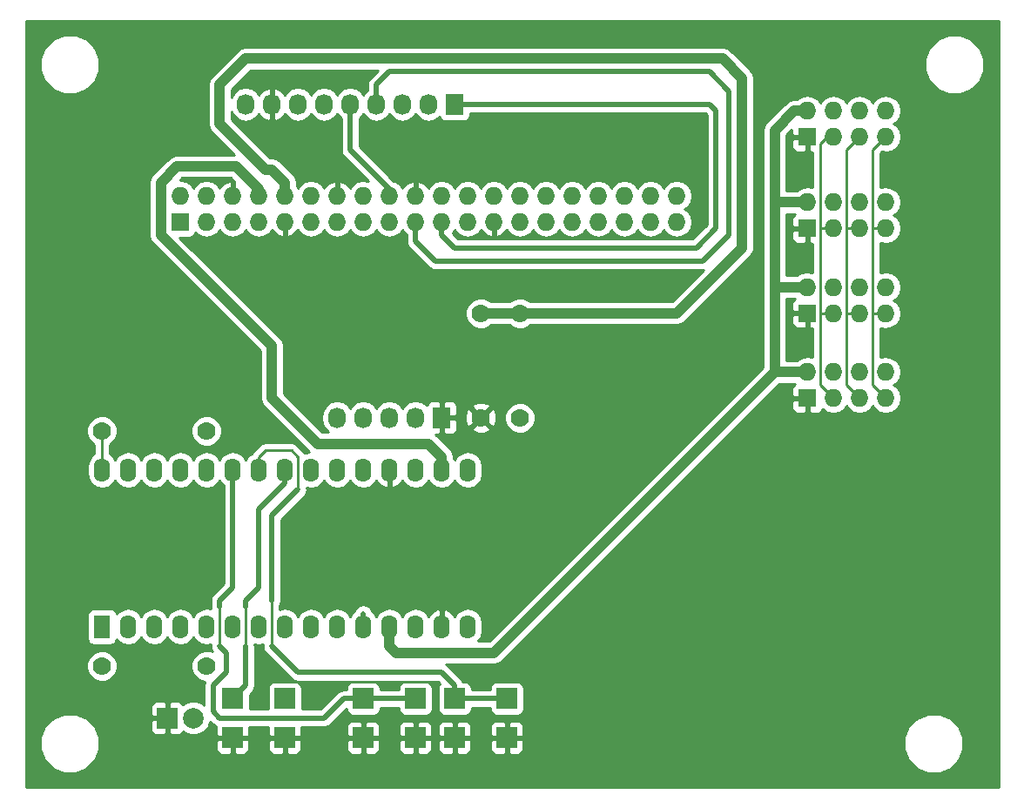
<source format=gbl>
G04 #@! TF.FileFunction,Copper,L2,Bot,Signal*
%FSLAX46Y46*%
G04 Gerber Fmt 4.6, Leading zero omitted, Abs format (unit mm)*
G04 Created by KiCad (PCBNEW 4.0.2+e4-6225~38~ubuntu15.10.1-stable) date mar. 20 sept. 2016 08:20:47 CEST*
%MOMM*%
G01*
G04 APERTURE LIST*
%ADD10C,0.100000*%
%ADD11R,1.727200X1.727200*%
%ADD12O,1.727200X1.727200*%
%ADD13R,2.000000X2.000000*%
%ADD14C,2.000000*%
%ADD15C,1.778000*%
%ADD16R,1.998980X1.998980*%
%ADD17R,1.574800X2.286000*%
%ADD18O,1.574800X2.286000*%
%ADD19R,1.727200X2.032000*%
%ADD20O,1.727200X2.032000*%
%ADD21C,1.000000*%
%ADD22C,0.500000*%
%ADD23C,0.250000*%
%ADD24C,0.254000*%
G04 APERTURE END LIST*
D10*
D11*
X92710000Y-26035000D03*
D12*
X92710000Y-23495000D03*
X95250000Y-26035000D03*
X95250000Y-23495000D03*
X97790000Y-26035000D03*
X97790000Y-23495000D03*
X100330000Y-26035000D03*
X100330000Y-23495000D03*
D13*
X30480000Y-82550000D03*
D14*
X33020000Y-82550000D03*
D15*
X34290000Y-54610000D03*
X24130000Y-54610000D03*
X34290000Y-77470000D03*
X24130000Y-77470000D03*
X64770000Y-43180000D03*
X64770000Y-53340000D03*
X60960000Y-43180000D03*
X60960000Y-53340000D03*
D16*
X41910000Y-84455000D03*
X41910000Y-80645000D03*
X36830000Y-84455000D03*
X36830000Y-80645000D03*
X63500000Y-84455000D03*
X63500000Y-80645000D03*
X58420000Y-84455000D03*
X58420000Y-80645000D03*
X54610000Y-84455000D03*
X54610000Y-80645000D03*
X49530000Y-84455000D03*
X49530000Y-80645000D03*
D17*
X24130000Y-73660000D03*
D18*
X26670000Y-73660000D03*
X29210000Y-73660000D03*
X31750000Y-73660000D03*
X34290000Y-73660000D03*
X36830000Y-73660000D03*
X39370000Y-73660000D03*
X41910000Y-73660000D03*
X44450000Y-73660000D03*
X46990000Y-73660000D03*
X49530000Y-73660000D03*
X52070000Y-73660000D03*
X54610000Y-73660000D03*
X57150000Y-73660000D03*
X59690000Y-73660000D03*
X59690000Y-58420000D03*
X57150000Y-58420000D03*
X54610000Y-58420000D03*
X52070000Y-58420000D03*
X49530000Y-58420000D03*
X46990000Y-58420000D03*
X44450000Y-58420000D03*
X41910000Y-58420000D03*
X39370000Y-58420000D03*
X36830000Y-58420000D03*
X34290000Y-58420000D03*
X31750000Y-58420000D03*
X29210000Y-58420000D03*
X26670000Y-58420000D03*
X24130000Y-58420000D03*
D11*
X92710000Y-51435000D03*
D12*
X92710000Y-48895000D03*
X95250000Y-51435000D03*
X95250000Y-48895000D03*
X97790000Y-51435000D03*
X97790000Y-48895000D03*
X100330000Y-51435000D03*
X100330000Y-48895000D03*
D11*
X92710000Y-43180000D03*
D12*
X92710000Y-40640000D03*
X95250000Y-43180000D03*
X95250000Y-40640000D03*
X97790000Y-43180000D03*
X97790000Y-40640000D03*
X100330000Y-43180000D03*
X100330000Y-40640000D03*
D11*
X92710000Y-34925000D03*
D12*
X92710000Y-32385000D03*
X95250000Y-34925000D03*
X95250000Y-32385000D03*
X97790000Y-34925000D03*
X97790000Y-32385000D03*
X100330000Y-34925000D03*
X100330000Y-32385000D03*
D19*
X57150000Y-53340000D03*
D20*
X54610000Y-53340000D03*
X52070000Y-53340000D03*
X49530000Y-53340000D03*
X46990000Y-53340000D03*
D19*
X58420000Y-22860000D03*
D20*
X55880000Y-22860000D03*
X53340000Y-22860000D03*
X50800000Y-22860000D03*
X48260000Y-22860000D03*
X45720000Y-22860000D03*
X43180000Y-22860000D03*
X40640000Y-22860000D03*
X38100000Y-22860000D03*
D11*
X31750000Y-34290000D03*
D12*
X31750000Y-31750000D03*
X34290000Y-34290000D03*
X34290000Y-31750000D03*
X36830000Y-34290000D03*
X36830000Y-31750000D03*
X39370000Y-34290000D03*
X39370000Y-31750000D03*
X41910000Y-34290000D03*
X41910000Y-31750000D03*
X44450000Y-34290000D03*
X44450000Y-31750000D03*
X46990000Y-34290000D03*
X46990000Y-31750000D03*
X49530000Y-34290000D03*
X49530000Y-31750000D03*
X52070000Y-34290000D03*
X52070000Y-31750000D03*
X54610000Y-34290000D03*
X54610000Y-31750000D03*
X57150000Y-34290000D03*
X57150000Y-31750000D03*
X59690000Y-34290000D03*
X59690000Y-31750000D03*
X62230000Y-34290000D03*
X62230000Y-31750000D03*
X64770000Y-34290000D03*
X64770000Y-31750000D03*
X67310000Y-34290000D03*
X67310000Y-31750000D03*
X69850000Y-34290000D03*
X69850000Y-31750000D03*
X72390000Y-34290000D03*
X72390000Y-31750000D03*
X74930000Y-34290000D03*
X74930000Y-31750000D03*
X77470000Y-34290000D03*
X77470000Y-31750000D03*
X80010000Y-34290000D03*
X80010000Y-31750000D03*
D21*
X57785000Y-76200000D02*
X62230000Y-76200000D01*
X62230000Y-76200000D02*
X89535000Y-48895000D01*
X92710000Y-48895000D02*
X89535000Y-48895000D01*
X92710000Y-23495000D02*
X91440000Y-23495000D01*
X89535000Y-25400000D02*
X89535000Y-26670000D01*
X91440000Y-23495000D02*
X89535000Y-25400000D01*
X89535000Y-46990000D02*
X89535000Y-48895000D01*
X89535000Y-40640000D02*
X89535000Y-43815000D01*
X89535000Y-46990000D02*
X89535000Y-43815000D01*
X57785000Y-76200000D02*
X52705000Y-76200000D01*
X52705000Y-76200000D02*
X52070000Y-75565000D01*
X52070000Y-75565000D02*
X52070000Y-73660000D01*
D22*
X52070000Y-73660000D02*
X52070000Y-75565000D01*
X52070000Y-75565000D02*
X52705000Y-76200000D01*
D23*
X52070000Y-75565000D02*
X52705000Y-76200000D01*
X52705000Y-76200000D02*
X53975000Y-76200000D01*
X52705000Y-76200000D02*
X53975000Y-76200000D01*
D21*
X92710000Y-32385000D02*
X89535000Y-32385000D01*
X92710000Y-40640000D02*
X89535000Y-40640000D01*
X89535000Y-26670000D02*
X89535000Y-32385000D01*
X89535000Y-32385000D02*
X89535000Y-40640000D01*
D23*
X95250000Y-34925000D02*
X93980000Y-34925000D01*
X95250000Y-43180000D02*
X93980000Y-43180000D01*
X95250000Y-26035000D02*
X94615000Y-26035000D01*
X94615000Y-26035000D02*
X93980000Y-26670000D01*
X93980000Y-26670000D02*
X93980000Y-34925000D01*
X93980000Y-34925000D02*
X93980000Y-43180000D01*
X93980000Y-43180000D02*
X93980000Y-50165000D01*
X93980000Y-50165000D02*
X95250000Y-51435000D01*
X96520000Y-34925000D02*
X97790000Y-34925000D01*
X96520000Y-43180000D02*
X97790000Y-43180000D01*
X96520000Y-37465000D02*
X96520000Y-34925000D01*
X96520000Y-34925000D02*
X96520000Y-27305000D01*
X96520000Y-27305000D02*
X97790000Y-26035000D01*
X96520000Y-37465000D02*
X96520000Y-43180000D01*
X96520000Y-43180000D02*
X96520000Y-50165000D01*
X96520000Y-50165000D02*
X97790000Y-51435000D01*
X99060000Y-34925000D02*
X100330000Y-34925000D01*
X99060000Y-43180000D02*
X100330000Y-43180000D01*
X99060000Y-36830000D02*
X99060000Y-34925000D01*
X99060000Y-34925000D02*
X99060000Y-27305000D01*
X99060000Y-27305000D02*
X100330000Y-26035000D01*
X100330000Y-51435000D02*
X99060000Y-50165000D01*
X99060000Y-50165000D02*
X99060000Y-43180000D01*
X99060000Y-43180000D02*
X99060000Y-36830000D01*
D22*
X49530000Y-72390000D02*
X49530000Y-73660000D01*
D23*
X49530000Y-73660000D02*
X49530000Y-72390000D01*
D22*
X48260000Y-22860000D02*
X48260000Y-27305000D01*
X48260000Y-27305000D02*
X52070000Y-31115000D01*
X52070000Y-31115000D02*
X52070000Y-31750000D01*
D23*
X52070000Y-31750000D02*
X52070000Y-31115000D01*
X52070000Y-31115000D02*
X48260000Y-27305000D01*
D22*
X81915000Y-38100000D02*
X82550000Y-38100000D01*
X85090000Y-35560000D02*
X85090000Y-21590000D01*
X82550000Y-38100000D02*
X85090000Y-35560000D01*
X64135000Y-38100000D02*
X81915000Y-38100000D01*
X83185000Y-19685000D02*
X59055000Y-19685000D01*
X85090000Y-21590000D02*
X83185000Y-19685000D01*
X54610000Y-34290000D02*
X54610000Y-36195000D01*
X50800000Y-20955000D02*
X50800000Y-22860000D01*
X52070000Y-19685000D02*
X50800000Y-20955000D01*
X59055000Y-19685000D02*
X52070000Y-19685000D01*
X56515000Y-38100000D02*
X64135000Y-38100000D01*
X54610000Y-36195000D02*
X56515000Y-38100000D01*
X81915000Y-36830000D02*
X83820000Y-34925000D01*
X83820000Y-34925000D02*
X83820000Y-23495000D01*
X62865000Y-36830000D02*
X81915000Y-36830000D01*
X83185000Y-22860000D02*
X58420000Y-22860000D01*
X83820000Y-23495000D02*
X83185000Y-22860000D01*
X57150000Y-35560000D02*
X57150000Y-34290000D01*
X58420000Y-36830000D02*
X57150000Y-35560000D01*
X62865000Y-36830000D02*
X58420000Y-36830000D01*
D21*
X30480000Y-36195000D02*
X29845000Y-35560000D01*
X29845000Y-35560000D02*
X29845000Y-34290000D01*
X31115000Y-36830000D02*
X30480000Y-36195000D01*
X31432500Y-28892500D02*
X37147500Y-28892500D01*
X37147500Y-28892500D02*
X39370000Y-31115000D01*
X39370000Y-31115000D02*
X39370000Y-31750000D01*
X31432500Y-28892500D02*
X29845000Y-30480000D01*
X57150000Y-58420000D02*
X57150000Y-57150000D01*
X57150000Y-57150000D02*
X55880000Y-55880000D01*
X55880000Y-55880000D02*
X45085000Y-55880000D01*
X29845000Y-34290000D02*
X29845000Y-30480000D01*
X40640000Y-46355000D02*
X31115000Y-36830000D01*
X40640000Y-51435000D02*
X40640000Y-46355000D01*
X45085000Y-55880000D02*
X40640000Y-51435000D01*
D23*
X57150000Y-57150000D02*
X55880000Y-55880000D01*
D21*
X86360000Y-20320000D02*
X86360000Y-36830000D01*
X86360000Y-36830000D02*
X80010000Y-43180000D01*
X64770000Y-43180000D02*
X80010000Y-43180000D01*
X84455000Y-18415000D02*
X62230000Y-18415000D01*
X86360000Y-20320000D02*
X84455000Y-18415000D01*
X62230000Y-18415000D02*
X38100000Y-18415000D01*
X38100000Y-18415000D02*
X35560000Y-20955000D01*
X35560000Y-20955000D02*
X35560000Y-24765000D01*
X35560000Y-24765000D02*
X40005000Y-29210000D01*
X40005000Y-29210000D02*
X40640000Y-29210000D01*
X40640000Y-29210000D02*
X41910000Y-30480000D01*
X41910000Y-30480000D02*
X41910000Y-31750000D01*
X60960000Y-43180000D02*
X64770000Y-43180000D01*
D22*
X41910000Y-30480000D02*
X41910000Y-31750000D01*
X40640000Y-29210000D02*
X41910000Y-30480000D01*
X40005000Y-29210000D02*
X40640000Y-29210000D01*
X35560000Y-24765000D02*
X40005000Y-29210000D01*
X35560000Y-20955000D02*
X35560000Y-24765000D01*
X38100000Y-18415000D02*
X35560000Y-20955000D01*
D23*
X52070000Y-53340000D02*
X52070000Y-52705000D01*
X24130000Y-58420000D02*
X24130000Y-54610000D01*
D22*
X38100000Y-71755000D02*
X38100000Y-71120000D01*
X38100000Y-71120000D02*
X39370000Y-69850000D01*
X39370000Y-69850000D02*
X39370000Y-62230000D01*
X39370000Y-62230000D02*
X41910000Y-59690000D01*
X41910000Y-59690000D02*
X41910000Y-58420000D01*
X36830000Y-80645000D02*
X38100000Y-79375000D01*
X38100000Y-79375000D02*
X38100000Y-75565000D01*
D23*
X38100000Y-71120000D02*
X39370000Y-69850000D01*
X39370000Y-69850000D02*
X39370000Y-68580000D01*
X39370000Y-68580000D02*
X39370000Y-62230000D01*
X41910000Y-59690000D02*
X41910000Y-58420000D01*
X39370000Y-62230000D02*
X41910000Y-59690000D01*
X38100000Y-75565000D02*
X38100000Y-71755000D01*
X41910000Y-80645000D02*
X41910000Y-80010000D01*
D22*
X58420000Y-80645000D02*
X63500000Y-80645000D01*
X40640000Y-75565000D02*
X43180000Y-78105000D01*
X43180000Y-78105000D02*
X57150000Y-78105000D01*
X57150000Y-78105000D02*
X58420000Y-79375000D01*
X58420000Y-79375000D02*
X58420000Y-80645000D01*
X40640000Y-71120000D02*
X40640000Y-62865000D01*
X40640000Y-62865000D02*
X43180000Y-60325000D01*
D23*
X40640000Y-62865000D02*
X43180000Y-60325000D01*
X39370000Y-58420000D02*
X39370000Y-57150000D01*
X43180000Y-57150000D02*
X43180000Y-60325000D01*
X42545000Y-56515000D02*
X43180000Y-57150000D01*
X40005000Y-56515000D02*
X42545000Y-56515000D01*
X39370000Y-57150000D02*
X40005000Y-56515000D01*
X58420000Y-79375000D02*
X58420000Y-80645000D01*
X57150000Y-78105000D02*
X58420000Y-79375000D01*
X40640000Y-71120000D02*
X40640000Y-75565000D01*
D22*
X54610000Y-80645000D02*
X49530000Y-80645000D01*
X35560000Y-75565000D02*
X36195000Y-76200000D01*
X34925000Y-81915000D02*
X35560000Y-82550000D01*
X34925000Y-79375000D02*
X34925000Y-81915000D01*
X36195000Y-78105000D02*
X34925000Y-79375000D01*
X36195000Y-76200000D02*
X36195000Y-78105000D01*
X35560000Y-82550000D02*
X45720000Y-82550000D01*
X45720000Y-82550000D02*
X47625000Y-80645000D01*
X47625000Y-80645000D02*
X49530000Y-80645000D01*
X35560000Y-71755000D02*
X35560000Y-71120000D01*
X36830000Y-58420000D02*
X36830000Y-60960000D01*
X36830000Y-60960000D02*
X36830000Y-69850000D01*
X36830000Y-69850000D02*
X35560000Y-71120000D01*
D23*
X35560000Y-72390000D02*
X35560000Y-71755000D01*
X49530000Y-80645000D02*
X47625000Y-80645000D01*
X35560000Y-75565000D02*
X35560000Y-72390000D01*
X47625000Y-80645000D02*
X45720000Y-82550000D01*
D24*
G36*
X111290000Y-89290000D02*
X16710000Y-89290000D01*
X16710000Y-85571344D01*
X18114501Y-85571344D01*
X18552790Y-86632086D01*
X19363645Y-87444357D01*
X20423620Y-87884498D01*
X21571344Y-87885499D01*
X22632086Y-87447210D01*
X23444357Y-86636355D01*
X23884498Y-85576380D01*
X23885226Y-84740750D01*
X35195510Y-84740750D01*
X35195510Y-85580800D01*
X35292183Y-85814189D01*
X35470812Y-85992817D01*
X35704201Y-86089490D01*
X36544250Y-86089490D01*
X36703000Y-85930740D01*
X36703000Y-84582000D01*
X36957000Y-84582000D01*
X36957000Y-85930740D01*
X37115750Y-86089490D01*
X37955799Y-86089490D01*
X38189188Y-85992817D01*
X38367817Y-85814189D01*
X38464490Y-85580800D01*
X38464490Y-84740750D01*
X40275510Y-84740750D01*
X40275510Y-85580800D01*
X40372183Y-85814189D01*
X40550812Y-85992817D01*
X40784201Y-86089490D01*
X41624250Y-86089490D01*
X41783000Y-85930740D01*
X41783000Y-84582000D01*
X42037000Y-84582000D01*
X42037000Y-85930740D01*
X42195750Y-86089490D01*
X43035799Y-86089490D01*
X43269188Y-85992817D01*
X43447817Y-85814189D01*
X43544490Y-85580800D01*
X43544490Y-84740750D01*
X47895510Y-84740750D01*
X47895510Y-85580800D01*
X47992183Y-85814189D01*
X48170812Y-85992817D01*
X48404201Y-86089490D01*
X49244250Y-86089490D01*
X49403000Y-85930740D01*
X49403000Y-84582000D01*
X49657000Y-84582000D01*
X49657000Y-85930740D01*
X49815750Y-86089490D01*
X50655799Y-86089490D01*
X50889188Y-85992817D01*
X51067817Y-85814189D01*
X51164490Y-85580800D01*
X51164490Y-84740750D01*
X52975510Y-84740750D01*
X52975510Y-85580800D01*
X53072183Y-85814189D01*
X53250812Y-85992817D01*
X53484201Y-86089490D01*
X54324250Y-86089490D01*
X54483000Y-85930740D01*
X54483000Y-84582000D01*
X54737000Y-84582000D01*
X54737000Y-85930740D01*
X54895750Y-86089490D01*
X55735799Y-86089490D01*
X55969188Y-85992817D01*
X56147817Y-85814189D01*
X56244490Y-85580800D01*
X56244490Y-84740750D01*
X56785510Y-84740750D01*
X56785510Y-85580800D01*
X56882183Y-85814189D01*
X57060812Y-85992817D01*
X57294201Y-86089490D01*
X58134250Y-86089490D01*
X58293000Y-85930740D01*
X58293000Y-84582000D01*
X58547000Y-84582000D01*
X58547000Y-85930740D01*
X58705750Y-86089490D01*
X59545799Y-86089490D01*
X59779188Y-85992817D01*
X59957817Y-85814189D01*
X60054490Y-85580800D01*
X60054490Y-84740750D01*
X61865510Y-84740750D01*
X61865510Y-85580800D01*
X61962183Y-85814189D01*
X62140812Y-85992817D01*
X62374201Y-86089490D01*
X63214250Y-86089490D01*
X63373000Y-85930740D01*
X63373000Y-84582000D01*
X63627000Y-84582000D01*
X63627000Y-85930740D01*
X63785750Y-86089490D01*
X64625799Y-86089490D01*
X64859188Y-85992817D01*
X65037817Y-85814189D01*
X65134490Y-85580800D01*
X65134490Y-85571344D01*
X102114501Y-85571344D01*
X102552790Y-86632086D01*
X103363645Y-87444357D01*
X104423620Y-87884498D01*
X105571344Y-87885499D01*
X106632086Y-87447210D01*
X107444357Y-86636355D01*
X107884498Y-85576380D01*
X107885499Y-84428656D01*
X107447210Y-83367914D01*
X106636355Y-82555643D01*
X105576380Y-82115502D01*
X104428656Y-82114501D01*
X103367914Y-82552790D01*
X102555643Y-83363645D01*
X102115502Y-84423620D01*
X102114501Y-85571344D01*
X65134490Y-85571344D01*
X65134490Y-84740750D01*
X64975740Y-84582000D01*
X63627000Y-84582000D01*
X63373000Y-84582000D01*
X62024260Y-84582000D01*
X61865510Y-84740750D01*
X60054490Y-84740750D01*
X59895740Y-84582000D01*
X58547000Y-84582000D01*
X58293000Y-84582000D01*
X56944260Y-84582000D01*
X56785510Y-84740750D01*
X56244490Y-84740750D01*
X56085740Y-84582000D01*
X54737000Y-84582000D01*
X54483000Y-84582000D01*
X53134260Y-84582000D01*
X52975510Y-84740750D01*
X51164490Y-84740750D01*
X51005740Y-84582000D01*
X49657000Y-84582000D01*
X49403000Y-84582000D01*
X48054260Y-84582000D01*
X47895510Y-84740750D01*
X43544490Y-84740750D01*
X43385740Y-84582000D01*
X42037000Y-84582000D01*
X41783000Y-84582000D01*
X40434260Y-84582000D01*
X40275510Y-84740750D01*
X38464490Y-84740750D01*
X38305740Y-84582000D01*
X36957000Y-84582000D01*
X36703000Y-84582000D01*
X35354260Y-84582000D01*
X35195510Y-84740750D01*
X23885226Y-84740750D01*
X23885499Y-84428656D01*
X23447210Y-83367914D01*
X22915974Y-82835750D01*
X28845000Y-82835750D01*
X28845000Y-83676309D01*
X28941673Y-83909698D01*
X29120301Y-84088327D01*
X29353690Y-84185000D01*
X30194250Y-84185000D01*
X30353000Y-84026250D01*
X30353000Y-82677000D01*
X29003750Y-82677000D01*
X28845000Y-82835750D01*
X22915974Y-82835750D01*
X22636355Y-82555643D01*
X21576380Y-82115502D01*
X20428656Y-82114501D01*
X19367914Y-82552790D01*
X18555643Y-83363645D01*
X18115502Y-84423620D01*
X18114501Y-85571344D01*
X16710000Y-85571344D01*
X16710000Y-81423691D01*
X28845000Y-81423691D01*
X28845000Y-82264250D01*
X29003750Y-82423000D01*
X30353000Y-82423000D01*
X30353000Y-81073750D01*
X30194250Y-80915000D01*
X29353690Y-80915000D01*
X29120301Y-81011673D01*
X28941673Y-81190302D01*
X28845000Y-81423691D01*
X16710000Y-81423691D01*
X16710000Y-77771812D01*
X22605736Y-77771812D01*
X22837262Y-78332149D01*
X23265596Y-78761231D01*
X23825528Y-78993735D01*
X24431812Y-78994264D01*
X24992149Y-78762738D01*
X25421231Y-78334404D01*
X25653735Y-77774472D01*
X25654264Y-77168188D01*
X25422738Y-76607851D01*
X24994404Y-76178769D01*
X24434472Y-75946265D01*
X23828188Y-75945736D01*
X23267851Y-76177262D01*
X22838769Y-76605596D01*
X22606265Y-77165528D01*
X22605736Y-77771812D01*
X16710000Y-77771812D01*
X16710000Y-54911812D01*
X22605736Y-54911812D01*
X22837262Y-55472149D01*
X23265596Y-55901231D01*
X23370000Y-55944583D01*
X23370000Y-56859547D01*
X23124211Y-57023778D01*
X22815874Y-57485238D01*
X22707600Y-58029567D01*
X22707600Y-58810433D01*
X22815874Y-59354762D01*
X23124211Y-59816222D01*
X23585671Y-60124559D01*
X24130000Y-60232833D01*
X24674329Y-60124559D01*
X25135789Y-59816222D01*
X25400000Y-59420801D01*
X25664211Y-59816222D01*
X26125671Y-60124559D01*
X26670000Y-60232833D01*
X27214329Y-60124559D01*
X27675789Y-59816222D01*
X27940000Y-59420801D01*
X28204211Y-59816222D01*
X28665671Y-60124559D01*
X29210000Y-60232833D01*
X29754329Y-60124559D01*
X30215789Y-59816222D01*
X30480000Y-59420801D01*
X30744211Y-59816222D01*
X31205671Y-60124559D01*
X31750000Y-60232833D01*
X32294329Y-60124559D01*
X32755789Y-59816222D01*
X33020000Y-59420801D01*
X33284211Y-59816222D01*
X33745671Y-60124559D01*
X34290000Y-60232833D01*
X34834329Y-60124559D01*
X35295789Y-59816222D01*
X35560000Y-59420801D01*
X35824211Y-59816222D01*
X35945000Y-59896930D01*
X35945000Y-69483421D01*
X34934210Y-70494210D01*
X34742367Y-70781325D01*
X34742367Y-70781326D01*
X34674999Y-71120000D01*
X34675000Y-71120005D01*
X34675000Y-71755000D01*
X34709949Y-71930700D01*
X34290000Y-71847167D01*
X33745671Y-71955441D01*
X33284211Y-72263778D01*
X33020000Y-72659199D01*
X32755789Y-72263778D01*
X32294329Y-71955441D01*
X31750000Y-71847167D01*
X31205671Y-71955441D01*
X30744211Y-72263778D01*
X30480000Y-72659199D01*
X30215789Y-72263778D01*
X29754329Y-71955441D01*
X29210000Y-71847167D01*
X28665671Y-71955441D01*
X28204211Y-72263778D01*
X27940000Y-72659199D01*
X27675789Y-72263778D01*
X27214329Y-71955441D01*
X26670000Y-71847167D01*
X26125671Y-71955441D01*
X25664211Y-72263778D01*
X25549497Y-72435460D01*
X25520562Y-72281683D01*
X25381490Y-72065559D01*
X25169290Y-71920569D01*
X24917400Y-71869560D01*
X23342600Y-71869560D01*
X23107283Y-71913838D01*
X22891159Y-72052910D01*
X22746169Y-72265110D01*
X22695160Y-72517000D01*
X22695160Y-74803000D01*
X22739438Y-75038317D01*
X22878510Y-75254441D01*
X23090710Y-75399431D01*
X23342600Y-75450440D01*
X24917400Y-75450440D01*
X25152717Y-75406162D01*
X25368841Y-75267090D01*
X25513831Y-75054890D01*
X25548600Y-74883197D01*
X25664211Y-75056222D01*
X26125671Y-75364559D01*
X26670000Y-75472833D01*
X27214329Y-75364559D01*
X27675789Y-75056222D01*
X27940000Y-74660801D01*
X28204211Y-75056222D01*
X28665671Y-75364559D01*
X29210000Y-75472833D01*
X29754329Y-75364559D01*
X30215789Y-75056222D01*
X30480000Y-74660801D01*
X30744211Y-75056222D01*
X31205671Y-75364559D01*
X31750000Y-75472833D01*
X32294329Y-75364559D01*
X32755789Y-75056222D01*
X33020000Y-74660801D01*
X33284211Y-75056222D01*
X33745671Y-75364559D01*
X34290000Y-75472833D01*
X34709949Y-75389300D01*
X34674999Y-75565000D01*
X34742367Y-75903674D01*
X34838542Y-76047612D01*
X34594472Y-75946265D01*
X33988188Y-75945736D01*
X33427851Y-76177262D01*
X32998769Y-76605596D01*
X32766265Y-77165528D01*
X32765736Y-77771812D01*
X32997262Y-78332149D01*
X33425596Y-78761231D01*
X33985528Y-78993735D01*
X34135737Y-78993866D01*
X34107367Y-79036325D01*
X34107367Y-79036326D01*
X34039999Y-79375000D01*
X34040000Y-79375005D01*
X34040000Y-81257521D01*
X33947363Y-81164722D01*
X33346648Y-80915284D01*
X32696205Y-80914716D01*
X32095057Y-81163106D01*
X32032803Y-81225251D01*
X32018327Y-81190302D01*
X31839699Y-81011673D01*
X31606310Y-80915000D01*
X30765750Y-80915000D01*
X30607000Y-81073750D01*
X30607000Y-82423000D01*
X30627000Y-82423000D01*
X30627000Y-82677000D01*
X30607000Y-82677000D01*
X30607000Y-84026250D01*
X30765750Y-84185000D01*
X31606310Y-84185000D01*
X31839699Y-84088327D01*
X32018327Y-83909698D01*
X32032630Y-83875166D01*
X32092637Y-83935278D01*
X32693352Y-84184716D01*
X33343795Y-84185284D01*
X33944943Y-83936894D01*
X34405278Y-83477363D01*
X34648951Y-82890531D01*
X34934208Y-83175787D01*
X34934210Y-83175790D01*
X35126054Y-83303975D01*
X35195510Y-83350384D01*
X35195510Y-84169250D01*
X35354260Y-84328000D01*
X36703000Y-84328000D01*
X36703000Y-84308000D01*
X36957000Y-84308000D01*
X36957000Y-84328000D01*
X38305740Y-84328000D01*
X38464490Y-84169250D01*
X38464490Y-83435000D01*
X40275510Y-83435000D01*
X40275510Y-84169250D01*
X40434260Y-84328000D01*
X41783000Y-84328000D01*
X41783000Y-84308000D01*
X42037000Y-84308000D01*
X42037000Y-84328000D01*
X43385740Y-84328000D01*
X43544490Y-84169250D01*
X43544490Y-83435000D01*
X45719995Y-83435000D01*
X45720000Y-83435001D01*
X46002484Y-83378810D01*
X46058675Y-83367633D01*
X46116194Y-83329200D01*
X47895510Y-83329200D01*
X47895510Y-84169250D01*
X48054260Y-84328000D01*
X49403000Y-84328000D01*
X49403000Y-82979260D01*
X49657000Y-82979260D01*
X49657000Y-84328000D01*
X51005740Y-84328000D01*
X51164490Y-84169250D01*
X51164490Y-83329200D01*
X52975510Y-83329200D01*
X52975510Y-84169250D01*
X53134260Y-84328000D01*
X54483000Y-84328000D01*
X54483000Y-82979260D01*
X54737000Y-82979260D01*
X54737000Y-84328000D01*
X56085740Y-84328000D01*
X56244490Y-84169250D01*
X56244490Y-83329200D01*
X56785510Y-83329200D01*
X56785510Y-84169250D01*
X56944260Y-84328000D01*
X58293000Y-84328000D01*
X58293000Y-82979260D01*
X58547000Y-82979260D01*
X58547000Y-84328000D01*
X59895740Y-84328000D01*
X60054490Y-84169250D01*
X60054490Y-83329200D01*
X61865510Y-83329200D01*
X61865510Y-84169250D01*
X62024260Y-84328000D01*
X63373000Y-84328000D01*
X63373000Y-82979260D01*
X63627000Y-82979260D01*
X63627000Y-84328000D01*
X64975740Y-84328000D01*
X65134490Y-84169250D01*
X65134490Y-83329200D01*
X65037817Y-83095811D01*
X64859188Y-82917183D01*
X64625799Y-82820510D01*
X63785750Y-82820510D01*
X63627000Y-82979260D01*
X63373000Y-82979260D01*
X63214250Y-82820510D01*
X62374201Y-82820510D01*
X62140812Y-82917183D01*
X61962183Y-83095811D01*
X61865510Y-83329200D01*
X60054490Y-83329200D01*
X59957817Y-83095811D01*
X59779188Y-82917183D01*
X59545799Y-82820510D01*
X58705750Y-82820510D01*
X58547000Y-82979260D01*
X58293000Y-82979260D01*
X58134250Y-82820510D01*
X57294201Y-82820510D01*
X57060812Y-82917183D01*
X56882183Y-83095811D01*
X56785510Y-83329200D01*
X56244490Y-83329200D01*
X56147817Y-83095811D01*
X55969188Y-82917183D01*
X55735799Y-82820510D01*
X54895750Y-82820510D01*
X54737000Y-82979260D01*
X54483000Y-82979260D01*
X54324250Y-82820510D01*
X53484201Y-82820510D01*
X53250812Y-82917183D01*
X53072183Y-83095811D01*
X52975510Y-83329200D01*
X51164490Y-83329200D01*
X51067817Y-83095811D01*
X50889188Y-82917183D01*
X50655799Y-82820510D01*
X49815750Y-82820510D01*
X49657000Y-82979260D01*
X49403000Y-82979260D01*
X49244250Y-82820510D01*
X48404201Y-82820510D01*
X48170812Y-82917183D01*
X47992183Y-83095811D01*
X47895510Y-83329200D01*
X46116194Y-83329200D01*
X46345790Y-83175790D01*
X47883070Y-81638509D01*
X47883070Y-81644490D01*
X47927348Y-81879807D01*
X48066420Y-82095931D01*
X48278620Y-82240921D01*
X48530510Y-82291930D01*
X50529490Y-82291930D01*
X50764807Y-82247652D01*
X50980931Y-82108580D01*
X51125921Y-81896380D01*
X51176930Y-81644490D01*
X51176930Y-81530000D01*
X52963070Y-81530000D01*
X52963070Y-81644490D01*
X53007348Y-81879807D01*
X53146420Y-82095931D01*
X53358620Y-82240921D01*
X53610510Y-82291930D01*
X55609490Y-82291930D01*
X55844807Y-82247652D01*
X56060931Y-82108580D01*
X56205921Y-81896380D01*
X56256930Y-81644490D01*
X56256930Y-79645510D01*
X56212652Y-79410193D01*
X56073580Y-79194069D01*
X55861380Y-79049079D01*
X55609490Y-78998070D01*
X53610510Y-78998070D01*
X53375193Y-79042348D01*
X53159069Y-79181420D01*
X53014079Y-79393620D01*
X52963070Y-79645510D01*
X52963070Y-79760000D01*
X51176930Y-79760000D01*
X51176930Y-79645510D01*
X51132652Y-79410193D01*
X50993580Y-79194069D01*
X50781380Y-79049079D01*
X50529490Y-78998070D01*
X48530510Y-78998070D01*
X48295193Y-79042348D01*
X48079069Y-79181420D01*
X47934079Y-79393620D01*
X47883070Y-79645510D01*
X47883070Y-79760000D01*
X47625005Y-79760000D01*
X47625000Y-79759999D01*
X47342516Y-79816190D01*
X47286325Y-79827367D01*
X46999210Y-80019210D01*
X46999208Y-80019213D01*
X45353420Y-81665000D01*
X43552777Y-81665000D01*
X43556930Y-81644490D01*
X43556930Y-79645510D01*
X43512652Y-79410193D01*
X43373580Y-79194069D01*
X43161380Y-79049079D01*
X42909490Y-78998070D01*
X40910510Y-78998070D01*
X40675193Y-79042348D01*
X40459069Y-79181420D01*
X40314079Y-79393620D01*
X40263070Y-79645510D01*
X40263070Y-81644490D01*
X40266929Y-81665000D01*
X38472777Y-81665000D01*
X38476930Y-81644490D01*
X38476930Y-80249649D01*
X38725787Y-80000792D01*
X38725790Y-80000790D01*
X38917633Y-79713675D01*
X38931192Y-79645510D01*
X38985001Y-79375000D01*
X38985000Y-79374995D01*
X38985000Y-75565000D01*
X38950051Y-75389300D01*
X39370000Y-75472833D01*
X39789949Y-75389300D01*
X39754999Y-75565000D01*
X39822367Y-75903674D01*
X40014210Y-76190790D01*
X42554208Y-78730787D01*
X42554210Y-78730790D01*
X42841325Y-78922633D01*
X43180000Y-78990000D01*
X56783420Y-78990000D01*
X56972581Y-79179160D01*
X56969069Y-79181420D01*
X56824079Y-79393620D01*
X56773070Y-79645510D01*
X56773070Y-81644490D01*
X56817348Y-81879807D01*
X56956420Y-82095931D01*
X57168620Y-82240921D01*
X57420510Y-82291930D01*
X59419490Y-82291930D01*
X59654807Y-82247652D01*
X59870931Y-82108580D01*
X60015921Y-81896380D01*
X60066930Y-81644490D01*
X60066930Y-81530000D01*
X61853070Y-81530000D01*
X61853070Y-81644490D01*
X61897348Y-81879807D01*
X62036420Y-82095931D01*
X62248620Y-82240921D01*
X62500510Y-82291930D01*
X64499490Y-82291930D01*
X64734807Y-82247652D01*
X64950931Y-82108580D01*
X65095921Y-81896380D01*
X65146930Y-81644490D01*
X65146930Y-79645510D01*
X65102652Y-79410193D01*
X64963580Y-79194069D01*
X64751380Y-79049079D01*
X64499490Y-78998070D01*
X62500510Y-78998070D01*
X62265193Y-79042348D01*
X62049069Y-79181420D01*
X61904079Y-79393620D01*
X61853070Y-79645510D01*
X61853070Y-79760000D01*
X60066930Y-79760000D01*
X60066930Y-79645510D01*
X60022652Y-79410193D01*
X59883580Y-79194069D01*
X59671380Y-79049079D01*
X59419490Y-78998070D01*
X59212072Y-78998070D01*
X59206680Y-78990000D01*
X59045790Y-78749210D01*
X59045787Y-78749208D01*
X57775790Y-77479210D01*
X57559963Y-77335000D01*
X62230000Y-77335000D01*
X62664346Y-77248603D01*
X63032566Y-77002566D01*
X88314382Y-51720750D01*
X91211400Y-51720750D01*
X91211400Y-52424909D01*
X91308073Y-52658298D01*
X91486701Y-52836927D01*
X91720090Y-52933600D01*
X92424250Y-52933600D01*
X92583000Y-52774850D01*
X92583000Y-51562000D01*
X91370150Y-51562000D01*
X91211400Y-51720750D01*
X88314382Y-51720750D01*
X90005132Y-50030000D01*
X91494120Y-50030000D01*
X91486701Y-50033073D01*
X91308073Y-50211702D01*
X91211400Y-50445091D01*
X91211400Y-51149250D01*
X91370150Y-51308000D01*
X92583000Y-51308000D01*
X92583000Y-51288000D01*
X92837000Y-51288000D01*
X92837000Y-51308000D01*
X92857000Y-51308000D01*
X92857000Y-51562000D01*
X92837000Y-51562000D01*
X92837000Y-52774850D01*
X92995750Y-52933600D01*
X93699910Y-52933600D01*
X93933299Y-52836927D01*
X94111927Y-52658298D01*
X94176263Y-52502977D01*
X94190330Y-52524029D01*
X94676511Y-52848885D01*
X95250000Y-52962959D01*
X95823489Y-52848885D01*
X96309670Y-52524029D01*
X96520000Y-52209248D01*
X96730330Y-52524029D01*
X97216511Y-52848885D01*
X97790000Y-52962959D01*
X98363489Y-52848885D01*
X98849670Y-52524029D01*
X99060000Y-52209248D01*
X99270330Y-52524029D01*
X99756511Y-52848885D01*
X100330000Y-52962959D01*
X100903489Y-52848885D01*
X101389670Y-52524029D01*
X101714526Y-52037848D01*
X101828600Y-51464359D01*
X101828600Y-51405641D01*
X101714526Y-50832152D01*
X101389670Y-50345971D01*
X101118828Y-50165000D01*
X101389670Y-49984029D01*
X101714526Y-49497848D01*
X101828600Y-48924359D01*
X101828600Y-48865641D01*
X101714526Y-48292152D01*
X101389670Y-47805971D01*
X100903489Y-47481115D01*
X100330000Y-47367041D01*
X99820000Y-47468486D01*
X99820000Y-44606514D01*
X100330000Y-44707959D01*
X100903489Y-44593885D01*
X101389670Y-44269029D01*
X101714526Y-43782848D01*
X101828600Y-43209359D01*
X101828600Y-43150641D01*
X101714526Y-42577152D01*
X101389670Y-42090971D01*
X101118828Y-41910000D01*
X101389670Y-41729029D01*
X101714526Y-41242848D01*
X101828600Y-40669359D01*
X101828600Y-40610641D01*
X101714526Y-40037152D01*
X101389670Y-39550971D01*
X100903489Y-39226115D01*
X100330000Y-39112041D01*
X99820000Y-39213486D01*
X99820000Y-36351514D01*
X100330000Y-36452959D01*
X100903489Y-36338885D01*
X101389670Y-36014029D01*
X101714526Y-35527848D01*
X101828600Y-34954359D01*
X101828600Y-34895641D01*
X101714526Y-34322152D01*
X101389670Y-33835971D01*
X101118828Y-33655000D01*
X101389670Y-33474029D01*
X101714526Y-32987848D01*
X101828600Y-32414359D01*
X101828600Y-32355641D01*
X101714526Y-31782152D01*
X101389670Y-31295971D01*
X100903489Y-30971115D01*
X100330000Y-30857041D01*
X99820000Y-30958486D01*
X99820000Y-27619802D01*
X99952027Y-27487775D01*
X100330000Y-27562959D01*
X100903489Y-27448885D01*
X101389670Y-27124029D01*
X101714526Y-26637848D01*
X101828600Y-26064359D01*
X101828600Y-26005641D01*
X101714526Y-25432152D01*
X101389670Y-24945971D01*
X101118828Y-24765000D01*
X101389670Y-24584029D01*
X101714526Y-24097848D01*
X101828600Y-23524359D01*
X101828600Y-23465641D01*
X101714526Y-22892152D01*
X101389670Y-22405971D01*
X100903489Y-22081115D01*
X100330000Y-21967041D01*
X99756511Y-22081115D01*
X99270330Y-22405971D01*
X99060000Y-22720752D01*
X98849670Y-22405971D01*
X98363489Y-22081115D01*
X97790000Y-21967041D01*
X97216511Y-22081115D01*
X96730330Y-22405971D01*
X96520000Y-22720752D01*
X96309670Y-22405971D01*
X95823489Y-22081115D01*
X95250000Y-21967041D01*
X94676511Y-22081115D01*
X94190330Y-22405971D01*
X93980000Y-22720752D01*
X93769670Y-22405971D01*
X93283489Y-22081115D01*
X92710000Y-21967041D01*
X92136511Y-22081115D01*
X91719130Y-22360000D01*
X91440000Y-22360000D01*
X91005654Y-22446397D01*
X90760805Y-22610000D01*
X90637434Y-22692434D01*
X88732434Y-24597434D01*
X88486397Y-24965654D01*
X88400000Y-25400000D01*
X88400000Y-48424868D01*
X61759868Y-75065000D01*
X60682652Y-75065000D01*
X60695789Y-75056222D01*
X61004126Y-74594762D01*
X61112400Y-74050433D01*
X61112400Y-73269567D01*
X61004126Y-72725238D01*
X60695789Y-72263778D01*
X60234329Y-71955441D01*
X59690000Y-71847167D01*
X59145671Y-71955441D01*
X58684211Y-72263778D01*
X58420246Y-72658830D01*
X58415525Y-72642738D01*
X58065986Y-72208809D01*
X57576996Y-71941673D01*
X57497060Y-71924990D01*
X57277000Y-72047148D01*
X57277000Y-73533000D01*
X57297000Y-73533000D01*
X57297000Y-73787000D01*
X57277000Y-73787000D01*
X57277000Y-73807000D01*
X57023000Y-73807000D01*
X57023000Y-73787000D01*
X57003000Y-73787000D01*
X57003000Y-73533000D01*
X57023000Y-73533000D01*
X57023000Y-72047148D01*
X56802940Y-71924990D01*
X56723004Y-71941673D01*
X56234014Y-72208809D01*
X55884475Y-72642738D01*
X55879754Y-72658830D01*
X55615789Y-72263778D01*
X55154329Y-71955441D01*
X54610000Y-71847167D01*
X54065671Y-71955441D01*
X53604211Y-72263778D01*
X53340000Y-72659199D01*
X53075789Y-72263778D01*
X52614329Y-71955441D01*
X52070000Y-71847167D01*
X51525671Y-71955441D01*
X51064211Y-72263778D01*
X50800000Y-72659199D01*
X50535789Y-72263778D01*
X50367529Y-72151351D01*
X50347633Y-72051325D01*
X50155790Y-71764210D01*
X49868675Y-71572367D01*
X49530000Y-71505000D01*
X49191325Y-71572367D01*
X48904210Y-71764210D01*
X48712367Y-72051325D01*
X48692471Y-72151351D01*
X48524211Y-72263778D01*
X48260000Y-72659199D01*
X47995789Y-72263778D01*
X47534329Y-71955441D01*
X46990000Y-71847167D01*
X46445671Y-71955441D01*
X45984211Y-72263778D01*
X45720000Y-72659199D01*
X45455789Y-72263778D01*
X44994329Y-71955441D01*
X44450000Y-71847167D01*
X43905671Y-71955441D01*
X43444211Y-72263778D01*
X43180000Y-72659199D01*
X42915789Y-72263778D01*
X42454329Y-71955441D01*
X41910000Y-71847167D01*
X41400000Y-71948613D01*
X41400000Y-71544929D01*
X41457633Y-71458675D01*
X41525000Y-71120000D01*
X41525000Y-63231580D01*
X43805789Y-60950790D01*
X43997633Y-60663675D01*
X44065000Y-60325000D01*
X44030051Y-60149300D01*
X44450000Y-60232833D01*
X44994329Y-60124559D01*
X45455789Y-59816222D01*
X45720000Y-59420801D01*
X45984211Y-59816222D01*
X46445671Y-60124559D01*
X46990000Y-60232833D01*
X47534329Y-60124559D01*
X47995789Y-59816222D01*
X48260000Y-59420801D01*
X48524211Y-59816222D01*
X48985671Y-60124559D01*
X49530000Y-60232833D01*
X50074329Y-60124559D01*
X50535789Y-59816222D01*
X50799754Y-59421170D01*
X50804475Y-59437262D01*
X51154014Y-59871191D01*
X51643004Y-60138327D01*
X51722940Y-60155010D01*
X51943000Y-60032852D01*
X51943000Y-58547000D01*
X51923000Y-58547000D01*
X51923000Y-58293000D01*
X51943000Y-58293000D01*
X51943000Y-58273000D01*
X52197000Y-58273000D01*
X52197000Y-58293000D01*
X52217000Y-58293000D01*
X52217000Y-58547000D01*
X52197000Y-58547000D01*
X52197000Y-60032852D01*
X52417060Y-60155010D01*
X52496996Y-60138327D01*
X52985986Y-59871191D01*
X53335525Y-59437262D01*
X53340246Y-59421170D01*
X53604211Y-59816222D01*
X54065671Y-60124559D01*
X54610000Y-60232833D01*
X55154329Y-60124559D01*
X55615789Y-59816222D01*
X55880000Y-59420801D01*
X56144211Y-59816222D01*
X56605671Y-60124559D01*
X57150000Y-60232833D01*
X57694329Y-60124559D01*
X58155789Y-59816222D01*
X58420000Y-59420801D01*
X58684211Y-59816222D01*
X59145671Y-60124559D01*
X59690000Y-60232833D01*
X60234329Y-60124559D01*
X60695789Y-59816222D01*
X61004126Y-59354762D01*
X61112400Y-58810433D01*
X61112400Y-58029567D01*
X61004126Y-57485238D01*
X60695789Y-57023778D01*
X60234329Y-56715441D01*
X59690000Y-56607167D01*
X59145671Y-56715441D01*
X58684211Y-57023778D01*
X58420000Y-57419199D01*
X58285000Y-57217156D01*
X58285000Y-57150000D01*
X58198603Y-56715654D01*
X57952566Y-56347434D01*
X56682566Y-55077434D01*
X56601616Y-55023345D01*
X56553209Y-54991000D01*
X56864250Y-54991000D01*
X57023000Y-54832250D01*
X57023000Y-53467000D01*
X57277000Y-53467000D01*
X57277000Y-54832250D01*
X57435750Y-54991000D01*
X58139910Y-54991000D01*
X58373299Y-54894327D01*
X58551927Y-54715698D01*
X58648600Y-54482309D01*
X58648600Y-54412196D01*
X60067409Y-54412196D01*
X60152467Y-54667539D01*
X60721965Y-54875516D01*
X61327700Y-54849723D01*
X61767533Y-54667539D01*
X61852591Y-54412196D01*
X60960000Y-53519605D01*
X60067409Y-54412196D01*
X58648600Y-54412196D01*
X58648600Y-53625750D01*
X58489850Y-53467000D01*
X57277000Y-53467000D01*
X57023000Y-53467000D01*
X57003000Y-53467000D01*
X57003000Y-53213000D01*
X57023000Y-53213000D01*
X57023000Y-51847750D01*
X57277000Y-51847750D01*
X57277000Y-53213000D01*
X58489850Y-53213000D01*
X58600885Y-53101965D01*
X59424484Y-53101965D01*
X59450277Y-53707700D01*
X59632461Y-54147533D01*
X59887804Y-54232591D01*
X60780395Y-53340000D01*
X61139605Y-53340000D01*
X62032196Y-54232591D01*
X62287539Y-54147533D01*
X62472225Y-53641812D01*
X63245736Y-53641812D01*
X63477262Y-54202149D01*
X63905596Y-54631231D01*
X64465528Y-54863735D01*
X65071812Y-54864264D01*
X65632149Y-54632738D01*
X66061231Y-54204404D01*
X66293735Y-53644472D01*
X66294264Y-53038188D01*
X66062738Y-52477851D01*
X65634404Y-52048769D01*
X65074472Y-51816265D01*
X64468188Y-51815736D01*
X63907851Y-52047262D01*
X63478769Y-52475596D01*
X63246265Y-53035528D01*
X63245736Y-53641812D01*
X62472225Y-53641812D01*
X62495516Y-53578035D01*
X62469723Y-52972300D01*
X62287539Y-52532467D01*
X62032196Y-52447409D01*
X61139605Y-53340000D01*
X60780395Y-53340000D01*
X59887804Y-52447409D01*
X59632461Y-52532467D01*
X59424484Y-53101965D01*
X58600885Y-53101965D01*
X58648600Y-53054250D01*
X58648600Y-52267804D01*
X60067409Y-52267804D01*
X60960000Y-53160395D01*
X61852591Y-52267804D01*
X61767533Y-52012461D01*
X61198035Y-51804484D01*
X60592300Y-51830277D01*
X60152467Y-52012461D01*
X60067409Y-52267804D01*
X58648600Y-52267804D01*
X58648600Y-52197691D01*
X58551927Y-51964302D01*
X58373299Y-51785673D01*
X58139910Y-51689000D01*
X57435750Y-51689000D01*
X57277000Y-51847750D01*
X57023000Y-51847750D01*
X56864250Y-51689000D01*
X56160090Y-51689000D01*
X55926701Y-51785673D01*
X55748073Y-51964302D01*
X55684500Y-52117780D01*
X55669670Y-52095585D01*
X55183489Y-51770729D01*
X54610000Y-51656655D01*
X54036511Y-51770729D01*
X53550330Y-52095585D01*
X53340000Y-52410366D01*
X53129670Y-52095585D01*
X52643489Y-51770729D01*
X52070000Y-51656655D01*
X51496511Y-51770729D01*
X51010330Y-52095585D01*
X50800000Y-52410366D01*
X50589670Y-52095585D01*
X50103489Y-51770729D01*
X49530000Y-51656655D01*
X48956511Y-51770729D01*
X48470330Y-52095585D01*
X48260000Y-52410366D01*
X48049670Y-52095585D01*
X47563489Y-51770729D01*
X46990000Y-51656655D01*
X46416511Y-51770729D01*
X45930330Y-52095585D01*
X45605474Y-52581766D01*
X45491400Y-53155255D01*
X45491400Y-53524745D01*
X45605474Y-54098234D01*
X45930330Y-54584415D01*
X46170662Y-54745000D01*
X45555132Y-54745000D01*
X41775000Y-50964868D01*
X41775000Y-46355000D01*
X41688603Y-45920654D01*
X41442566Y-45552434D01*
X31691172Y-35801040D01*
X32613600Y-35801040D01*
X32848917Y-35756762D01*
X33065041Y-35617690D01*
X33210031Y-35405490D01*
X33218864Y-35361869D01*
X33230330Y-35379029D01*
X33716511Y-35703885D01*
X34290000Y-35817959D01*
X34863489Y-35703885D01*
X35349670Y-35379029D01*
X35560000Y-35064248D01*
X35770330Y-35379029D01*
X36256511Y-35703885D01*
X36830000Y-35817959D01*
X37403489Y-35703885D01*
X37889670Y-35379029D01*
X38100000Y-35064248D01*
X38310330Y-35379029D01*
X38796511Y-35703885D01*
X39370000Y-35817959D01*
X39943489Y-35703885D01*
X40429670Y-35379029D01*
X40645664Y-35055772D01*
X40703179Y-35178490D01*
X41135053Y-35572688D01*
X41550974Y-35744958D01*
X41783000Y-35623817D01*
X41783000Y-34417000D01*
X41763000Y-34417000D01*
X41763000Y-34163000D01*
X41783000Y-34163000D01*
X41783000Y-34143000D01*
X42037000Y-34143000D01*
X42037000Y-34163000D01*
X42057000Y-34163000D01*
X42057000Y-34417000D01*
X42037000Y-34417000D01*
X42037000Y-35623817D01*
X42269026Y-35744958D01*
X42684947Y-35572688D01*
X43116821Y-35178490D01*
X43174336Y-35055772D01*
X43390330Y-35379029D01*
X43876511Y-35703885D01*
X44450000Y-35817959D01*
X45023489Y-35703885D01*
X45509670Y-35379029D01*
X45720000Y-35064248D01*
X45930330Y-35379029D01*
X46416511Y-35703885D01*
X46990000Y-35817959D01*
X47563489Y-35703885D01*
X48049670Y-35379029D01*
X48260000Y-35064248D01*
X48470330Y-35379029D01*
X48956511Y-35703885D01*
X49530000Y-35817959D01*
X50103489Y-35703885D01*
X50589670Y-35379029D01*
X50800000Y-35064248D01*
X51010330Y-35379029D01*
X51496511Y-35703885D01*
X52070000Y-35817959D01*
X52643489Y-35703885D01*
X53129670Y-35379029D01*
X53340000Y-35064248D01*
X53550330Y-35379029D01*
X53725000Y-35495740D01*
X53725000Y-36194995D01*
X53724999Y-36195000D01*
X53781190Y-36477484D01*
X53792367Y-36533675D01*
X53906842Y-36705000D01*
X53984210Y-36820790D01*
X55889208Y-38725787D01*
X55889210Y-38725790D01*
X56176325Y-38917633D01*
X56232516Y-38928810D01*
X56515000Y-38985001D01*
X56515005Y-38985000D01*
X82549995Y-38985000D01*
X82550000Y-38985001D01*
X82612249Y-38972619D01*
X79539868Y-42045000D01*
X65790363Y-42045000D01*
X65634404Y-41888769D01*
X65074472Y-41656265D01*
X64468188Y-41655736D01*
X63907851Y-41887262D01*
X63749838Y-42045000D01*
X61980363Y-42045000D01*
X61824404Y-41888769D01*
X61264472Y-41656265D01*
X60658188Y-41655736D01*
X60097851Y-41887262D01*
X59668769Y-42315596D01*
X59436265Y-42875528D01*
X59435736Y-43481812D01*
X59667262Y-44042149D01*
X60095596Y-44471231D01*
X60655528Y-44703735D01*
X61261812Y-44704264D01*
X61822149Y-44472738D01*
X61980162Y-44315000D01*
X63749637Y-44315000D01*
X63905596Y-44471231D01*
X64465528Y-44703735D01*
X65071812Y-44704264D01*
X65632149Y-44472738D01*
X65790162Y-44315000D01*
X80010000Y-44315000D01*
X80444346Y-44228603D01*
X80812566Y-43982566D01*
X87162566Y-37632566D01*
X87229663Y-37532148D01*
X87408603Y-37264346D01*
X87495000Y-36830000D01*
X87495000Y-20320000D01*
X87408603Y-19885654D01*
X87198588Y-19571344D01*
X104114501Y-19571344D01*
X104552790Y-20632086D01*
X105363645Y-21444357D01*
X106423620Y-21884498D01*
X107571344Y-21885499D01*
X108632086Y-21447210D01*
X109444357Y-20636355D01*
X109884498Y-19576380D01*
X109885499Y-18428656D01*
X109447210Y-17367914D01*
X108636355Y-16555643D01*
X107576380Y-16115502D01*
X106428656Y-16114501D01*
X105367914Y-16552790D01*
X104555643Y-17363645D01*
X104115502Y-18423620D01*
X104114501Y-19571344D01*
X87198588Y-19571344D01*
X87162566Y-19517434D01*
X85257566Y-17612434D01*
X85134195Y-17530000D01*
X84889346Y-17366397D01*
X84455000Y-17280000D01*
X38100000Y-17280000D01*
X37679489Y-17363645D01*
X37665654Y-17366397D01*
X37297433Y-17612434D01*
X34757434Y-20152434D01*
X34511397Y-20520654D01*
X34425000Y-20955000D01*
X34425000Y-24765000D01*
X34511397Y-25199346D01*
X34735674Y-25535000D01*
X34757434Y-25567566D01*
X36947368Y-27757500D01*
X31432500Y-27757500D01*
X30998154Y-27843897D01*
X30868110Y-27930790D01*
X30629934Y-28089934D01*
X29042434Y-29677434D01*
X28796397Y-30045654D01*
X28710000Y-30480000D01*
X28710000Y-35560000D01*
X28796397Y-35994346D01*
X29018621Y-36326927D01*
X29042434Y-36362566D01*
X39505000Y-46825132D01*
X39505000Y-51435000D01*
X39591397Y-51869346D01*
X39808992Y-52195000D01*
X39837434Y-52237566D01*
X44247346Y-56647478D01*
X43905671Y-56715441D01*
X43823019Y-56770667D01*
X43717401Y-56612599D01*
X43082401Y-55977599D01*
X42835839Y-55812852D01*
X42545000Y-55755000D01*
X40005000Y-55755000D01*
X39714161Y-55812852D01*
X39467599Y-55977599D01*
X38832599Y-56612599D01*
X38714046Y-56790026D01*
X38364211Y-57023778D01*
X38100000Y-57419199D01*
X37835789Y-57023778D01*
X37374329Y-56715441D01*
X36830000Y-56607167D01*
X36285671Y-56715441D01*
X35824211Y-57023778D01*
X35560000Y-57419199D01*
X35295789Y-57023778D01*
X34834329Y-56715441D01*
X34290000Y-56607167D01*
X33745671Y-56715441D01*
X33284211Y-57023778D01*
X33020000Y-57419199D01*
X32755789Y-57023778D01*
X32294329Y-56715441D01*
X31750000Y-56607167D01*
X31205671Y-56715441D01*
X30744211Y-57023778D01*
X30480000Y-57419199D01*
X30215789Y-57023778D01*
X29754329Y-56715441D01*
X29210000Y-56607167D01*
X28665671Y-56715441D01*
X28204211Y-57023778D01*
X27940000Y-57419199D01*
X27675789Y-57023778D01*
X27214329Y-56715441D01*
X26670000Y-56607167D01*
X26125671Y-56715441D01*
X25664211Y-57023778D01*
X25400000Y-57419199D01*
X25135789Y-57023778D01*
X24890000Y-56859547D01*
X24890000Y-55944945D01*
X24992149Y-55902738D01*
X25421231Y-55474404D01*
X25653735Y-54914472D01*
X25653737Y-54911812D01*
X32765736Y-54911812D01*
X32997262Y-55472149D01*
X33425596Y-55901231D01*
X33985528Y-56133735D01*
X34591812Y-56134264D01*
X35152149Y-55902738D01*
X35581231Y-55474404D01*
X35813735Y-54914472D01*
X35814264Y-54308188D01*
X35582738Y-53747851D01*
X35154404Y-53318769D01*
X34594472Y-53086265D01*
X33988188Y-53085736D01*
X33427851Y-53317262D01*
X32998769Y-53745596D01*
X32766265Y-54305528D01*
X32765736Y-54911812D01*
X25653737Y-54911812D01*
X25654264Y-54308188D01*
X25422738Y-53747851D01*
X24994404Y-53318769D01*
X24434472Y-53086265D01*
X23828188Y-53085736D01*
X23267851Y-53317262D01*
X22838769Y-53745596D01*
X22606265Y-54305528D01*
X22605736Y-54911812D01*
X16710000Y-54911812D01*
X16710000Y-19571344D01*
X18114501Y-19571344D01*
X18552790Y-20632086D01*
X19363645Y-21444357D01*
X20423620Y-21884498D01*
X21571344Y-21885499D01*
X22632086Y-21447210D01*
X23444357Y-20636355D01*
X23884498Y-19576380D01*
X23885499Y-18428656D01*
X23447210Y-17367914D01*
X22636355Y-16555643D01*
X21576380Y-16115502D01*
X20428656Y-16114501D01*
X19367914Y-16552790D01*
X18555643Y-17363645D01*
X18115502Y-18423620D01*
X18114501Y-19571344D01*
X16710000Y-19571344D01*
X16710000Y-14710000D01*
X111290000Y-14710000D01*
X111290000Y-89290000D01*
X111290000Y-89290000D01*
G37*
X111290000Y-89290000D02*
X16710000Y-89290000D01*
X16710000Y-85571344D01*
X18114501Y-85571344D01*
X18552790Y-86632086D01*
X19363645Y-87444357D01*
X20423620Y-87884498D01*
X21571344Y-87885499D01*
X22632086Y-87447210D01*
X23444357Y-86636355D01*
X23884498Y-85576380D01*
X23885226Y-84740750D01*
X35195510Y-84740750D01*
X35195510Y-85580800D01*
X35292183Y-85814189D01*
X35470812Y-85992817D01*
X35704201Y-86089490D01*
X36544250Y-86089490D01*
X36703000Y-85930740D01*
X36703000Y-84582000D01*
X36957000Y-84582000D01*
X36957000Y-85930740D01*
X37115750Y-86089490D01*
X37955799Y-86089490D01*
X38189188Y-85992817D01*
X38367817Y-85814189D01*
X38464490Y-85580800D01*
X38464490Y-84740750D01*
X40275510Y-84740750D01*
X40275510Y-85580800D01*
X40372183Y-85814189D01*
X40550812Y-85992817D01*
X40784201Y-86089490D01*
X41624250Y-86089490D01*
X41783000Y-85930740D01*
X41783000Y-84582000D01*
X42037000Y-84582000D01*
X42037000Y-85930740D01*
X42195750Y-86089490D01*
X43035799Y-86089490D01*
X43269188Y-85992817D01*
X43447817Y-85814189D01*
X43544490Y-85580800D01*
X43544490Y-84740750D01*
X47895510Y-84740750D01*
X47895510Y-85580800D01*
X47992183Y-85814189D01*
X48170812Y-85992817D01*
X48404201Y-86089490D01*
X49244250Y-86089490D01*
X49403000Y-85930740D01*
X49403000Y-84582000D01*
X49657000Y-84582000D01*
X49657000Y-85930740D01*
X49815750Y-86089490D01*
X50655799Y-86089490D01*
X50889188Y-85992817D01*
X51067817Y-85814189D01*
X51164490Y-85580800D01*
X51164490Y-84740750D01*
X52975510Y-84740750D01*
X52975510Y-85580800D01*
X53072183Y-85814189D01*
X53250812Y-85992817D01*
X53484201Y-86089490D01*
X54324250Y-86089490D01*
X54483000Y-85930740D01*
X54483000Y-84582000D01*
X54737000Y-84582000D01*
X54737000Y-85930740D01*
X54895750Y-86089490D01*
X55735799Y-86089490D01*
X55969188Y-85992817D01*
X56147817Y-85814189D01*
X56244490Y-85580800D01*
X56244490Y-84740750D01*
X56785510Y-84740750D01*
X56785510Y-85580800D01*
X56882183Y-85814189D01*
X57060812Y-85992817D01*
X57294201Y-86089490D01*
X58134250Y-86089490D01*
X58293000Y-85930740D01*
X58293000Y-84582000D01*
X58547000Y-84582000D01*
X58547000Y-85930740D01*
X58705750Y-86089490D01*
X59545799Y-86089490D01*
X59779188Y-85992817D01*
X59957817Y-85814189D01*
X60054490Y-85580800D01*
X60054490Y-84740750D01*
X61865510Y-84740750D01*
X61865510Y-85580800D01*
X61962183Y-85814189D01*
X62140812Y-85992817D01*
X62374201Y-86089490D01*
X63214250Y-86089490D01*
X63373000Y-85930740D01*
X63373000Y-84582000D01*
X63627000Y-84582000D01*
X63627000Y-85930740D01*
X63785750Y-86089490D01*
X64625799Y-86089490D01*
X64859188Y-85992817D01*
X65037817Y-85814189D01*
X65134490Y-85580800D01*
X65134490Y-85571344D01*
X102114501Y-85571344D01*
X102552790Y-86632086D01*
X103363645Y-87444357D01*
X104423620Y-87884498D01*
X105571344Y-87885499D01*
X106632086Y-87447210D01*
X107444357Y-86636355D01*
X107884498Y-85576380D01*
X107885499Y-84428656D01*
X107447210Y-83367914D01*
X106636355Y-82555643D01*
X105576380Y-82115502D01*
X104428656Y-82114501D01*
X103367914Y-82552790D01*
X102555643Y-83363645D01*
X102115502Y-84423620D01*
X102114501Y-85571344D01*
X65134490Y-85571344D01*
X65134490Y-84740750D01*
X64975740Y-84582000D01*
X63627000Y-84582000D01*
X63373000Y-84582000D01*
X62024260Y-84582000D01*
X61865510Y-84740750D01*
X60054490Y-84740750D01*
X59895740Y-84582000D01*
X58547000Y-84582000D01*
X58293000Y-84582000D01*
X56944260Y-84582000D01*
X56785510Y-84740750D01*
X56244490Y-84740750D01*
X56085740Y-84582000D01*
X54737000Y-84582000D01*
X54483000Y-84582000D01*
X53134260Y-84582000D01*
X52975510Y-84740750D01*
X51164490Y-84740750D01*
X51005740Y-84582000D01*
X49657000Y-84582000D01*
X49403000Y-84582000D01*
X48054260Y-84582000D01*
X47895510Y-84740750D01*
X43544490Y-84740750D01*
X43385740Y-84582000D01*
X42037000Y-84582000D01*
X41783000Y-84582000D01*
X40434260Y-84582000D01*
X40275510Y-84740750D01*
X38464490Y-84740750D01*
X38305740Y-84582000D01*
X36957000Y-84582000D01*
X36703000Y-84582000D01*
X35354260Y-84582000D01*
X35195510Y-84740750D01*
X23885226Y-84740750D01*
X23885499Y-84428656D01*
X23447210Y-83367914D01*
X22915974Y-82835750D01*
X28845000Y-82835750D01*
X28845000Y-83676309D01*
X28941673Y-83909698D01*
X29120301Y-84088327D01*
X29353690Y-84185000D01*
X30194250Y-84185000D01*
X30353000Y-84026250D01*
X30353000Y-82677000D01*
X29003750Y-82677000D01*
X28845000Y-82835750D01*
X22915974Y-82835750D01*
X22636355Y-82555643D01*
X21576380Y-82115502D01*
X20428656Y-82114501D01*
X19367914Y-82552790D01*
X18555643Y-83363645D01*
X18115502Y-84423620D01*
X18114501Y-85571344D01*
X16710000Y-85571344D01*
X16710000Y-81423691D01*
X28845000Y-81423691D01*
X28845000Y-82264250D01*
X29003750Y-82423000D01*
X30353000Y-82423000D01*
X30353000Y-81073750D01*
X30194250Y-80915000D01*
X29353690Y-80915000D01*
X29120301Y-81011673D01*
X28941673Y-81190302D01*
X28845000Y-81423691D01*
X16710000Y-81423691D01*
X16710000Y-77771812D01*
X22605736Y-77771812D01*
X22837262Y-78332149D01*
X23265596Y-78761231D01*
X23825528Y-78993735D01*
X24431812Y-78994264D01*
X24992149Y-78762738D01*
X25421231Y-78334404D01*
X25653735Y-77774472D01*
X25654264Y-77168188D01*
X25422738Y-76607851D01*
X24994404Y-76178769D01*
X24434472Y-75946265D01*
X23828188Y-75945736D01*
X23267851Y-76177262D01*
X22838769Y-76605596D01*
X22606265Y-77165528D01*
X22605736Y-77771812D01*
X16710000Y-77771812D01*
X16710000Y-54911812D01*
X22605736Y-54911812D01*
X22837262Y-55472149D01*
X23265596Y-55901231D01*
X23370000Y-55944583D01*
X23370000Y-56859547D01*
X23124211Y-57023778D01*
X22815874Y-57485238D01*
X22707600Y-58029567D01*
X22707600Y-58810433D01*
X22815874Y-59354762D01*
X23124211Y-59816222D01*
X23585671Y-60124559D01*
X24130000Y-60232833D01*
X24674329Y-60124559D01*
X25135789Y-59816222D01*
X25400000Y-59420801D01*
X25664211Y-59816222D01*
X26125671Y-60124559D01*
X26670000Y-60232833D01*
X27214329Y-60124559D01*
X27675789Y-59816222D01*
X27940000Y-59420801D01*
X28204211Y-59816222D01*
X28665671Y-60124559D01*
X29210000Y-60232833D01*
X29754329Y-60124559D01*
X30215789Y-59816222D01*
X30480000Y-59420801D01*
X30744211Y-59816222D01*
X31205671Y-60124559D01*
X31750000Y-60232833D01*
X32294329Y-60124559D01*
X32755789Y-59816222D01*
X33020000Y-59420801D01*
X33284211Y-59816222D01*
X33745671Y-60124559D01*
X34290000Y-60232833D01*
X34834329Y-60124559D01*
X35295789Y-59816222D01*
X35560000Y-59420801D01*
X35824211Y-59816222D01*
X35945000Y-59896930D01*
X35945000Y-69483421D01*
X34934210Y-70494210D01*
X34742367Y-70781325D01*
X34742367Y-70781326D01*
X34674999Y-71120000D01*
X34675000Y-71120005D01*
X34675000Y-71755000D01*
X34709949Y-71930700D01*
X34290000Y-71847167D01*
X33745671Y-71955441D01*
X33284211Y-72263778D01*
X33020000Y-72659199D01*
X32755789Y-72263778D01*
X32294329Y-71955441D01*
X31750000Y-71847167D01*
X31205671Y-71955441D01*
X30744211Y-72263778D01*
X30480000Y-72659199D01*
X30215789Y-72263778D01*
X29754329Y-71955441D01*
X29210000Y-71847167D01*
X28665671Y-71955441D01*
X28204211Y-72263778D01*
X27940000Y-72659199D01*
X27675789Y-72263778D01*
X27214329Y-71955441D01*
X26670000Y-71847167D01*
X26125671Y-71955441D01*
X25664211Y-72263778D01*
X25549497Y-72435460D01*
X25520562Y-72281683D01*
X25381490Y-72065559D01*
X25169290Y-71920569D01*
X24917400Y-71869560D01*
X23342600Y-71869560D01*
X23107283Y-71913838D01*
X22891159Y-72052910D01*
X22746169Y-72265110D01*
X22695160Y-72517000D01*
X22695160Y-74803000D01*
X22739438Y-75038317D01*
X22878510Y-75254441D01*
X23090710Y-75399431D01*
X23342600Y-75450440D01*
X24917400Y-75450440D01*
X25152717Y-75406162D01*
X25368841Y-75267090D01*
X25513831Y-75054890D01*
X25548600Y-74883197D01*
X25664211Y-75056222D01*
X26125671Y-75364559D01*
X26670000Y-75472833D01*
X27214329Y-75364559D01*
X27675789Y-75056222D01*
X27940000Y-74660801D01*
X28204211Y-75056222D01*
X28665671Y-75364559D01*
X29210000Y-75472833D01*
X29754329Y-75364559D01*
X30215789Y-75056222D01*
X30480000Y-74660801D01*
X30744211Y-75056222D01*
X31205671Y-75364559D01*
X31750000Y-75472833D01*
X32294329Y-75364559D01*
X32755789Y-75056222D01*
X33020000Y-74660801D01*
X33284211Y-75056222D01*
X33745671Y-75364559D01*
X34290000Y-75472833D01*
X34709949Y-75389300D01*
X34674999Y-75565000D01*
X34742367Y-75903674D01*
X34838542Y-76047612D01*
X34594472Y-75946265D01*
X33988188Y-75945736D01*
X33427851Y-76177262D01*
X32998769Y-76605596D01*
X32766265Y-77165528D01*
X32765736Y-77771812D01*
X32997262Y-78332149D01*
X33425596Y-78761231D01*
X33985528Y-78993735D01*
X34135737Y-78993866D01*
X34107367Y-79036325D01*
X34107367Y-79036326D01*
X34039999Y-79375000D01*
X34040000Y-79375005D01*
X34040000Y-81257521D01*
X33947363Y-81164722D01*
X33346648Y-80915284D01*
X32696205Y-80914716D01*
X32095057Y-81163106D01*
X32032803Y-81225251D01*
X32018327Y-81190302D01*
X31839699Y-81011673D01*
X31606310Y-80915000D01*
X30765750Y-80915000D01*
X30607000Y-81073750D01*
X30607000Y-82423000D01*
X30627000Y-82423000D01*
X30627000Y-82677000D01*
X30607000Y-82677000D01*
X30607000Y-84026250D01*
X30765750Y-84185000D01*
X31606310Y-84185000D01*
X31839699Y-84088327D01*
X32018327Y-83909698D01*
X32032630Y-83875166D01*
X32092637Y-83935278D01*
X32693352Y-84184716D01*
X33343795Y-84185284D01*
X33944943Y-83936894D01*
X34405278Y-83477363D01*
X34648951Y-82890531D01*
X34934208Y-83175787D01*
X34934210Y-83175790D01*
X35126054Y-83303975D01*
X35195510Y-83350384D01*
X35195510Y-84169250D01*
X35354260Y-84328000D01*
X36703000Y-84328000D01*
X36703000Y-84308000D01*
X36957000Y-84308000D01*
X36957000Y-84328000D01*
X38305740Y-84328000D01*
X38464490Y-84169250D01*
X38464490Y-83435000D01*
X40275510Y-83435000D01*
X40275510Y-84169250D01*
X40434260Y-84328000D01*
X41783000Y-84328000D01*
X41783000Y-84308000D01*
X42037000Y-84308000D01*
X42037000Y-84328000D01*
X43385740Y-84328000D01*
X43544490Y-84169250D01*
X43544490Y-83435000D01*
X45719995Y-83435000D01*
X45720000Y-83435001D01*
X46002484Y-83378810D01*
X46058675Y-83367633D01*
X46116194Y-83329200D01*
X47895510Y-83329200D01*
X47895510Y-84169250D01*
X48054260Y-84328000D01*
X49403000Y-84328000D01*
X49403000Y-82979260D01*
X49657000Y-82979260D01*
X49657000Y-84328000D01*
X51005740Y-84328000D01*
X51164490Y-84169250D01*
X51164490Y-83329200D01*
X52975510Y-83329200D01*
X52975510Y-84169250D01*
X53134260Y-84328000D01*
X54483000Y-84328000D01*
X54483000Y-82979260D01*
X54737000Y-82979260D01*
X54737000Y-84328000D01*
X56085740Y-84328000D01*
X56244490Y-84169250D01*
X56244490Y-83329200D01*
X56785510Y-83329200D01*
X56785510Y-84169250D01*
X56944260Y-84328000D01*
X58293000Y-84328000D01*
X58293000Y-82979260D01*
X58547000Y-82979260D01*
X58547000Y-84328000D01*
X59895740Y-84328000D01*
X60054490Y-84169250D01*
X60054490Y-83329200D01*
X61865510Y-83329200D01*
X61865510Y-84169250D01*
X62024260Y-84328000D01*
X63373000Y-84328000D01*
X63373000Y-82979260D01*
X63627000Y-82979260D01*
X63627000Y-84328000D01*
X64975740Y-84328000D01*
X65134490Y-84169250D01*
X65134490Y-83329200D01*
X65037817Y-83095811D01*
X64859188Y-82917183D01*
X64625799Y-82820510D01*
X63785750Y-82820510D01*
X63627000Y-82979260D01*
X63373000Y-82979260D01*
X63214250Y-82820510D01*
X62374201Y-82820510D01*
X62140812Y-82917183D01*
X61962183Y-83095811D01*
X61865510Y-83329200D01*
X60054490Y-83329200D01*
X59957817Y-83095811D01*
X59779188Y-82917183D01*
X59545799Y-82820510D01*
X58705750Y-82820510D01*
X58547000Y-82979260D01*
X58293000Y-82979260D01*
X58134250Y-82820510D01*
X57294201Y-82820510D01*
X57060812Y-82917183D01*
X56882183Y-83095811D01*
X56785510Y-83329200D01*
X56244490Y-83329200D01*
X56147817Y-83095811D01*
X55969188Y-82917183D01*
X55735799Y-82820510D01*
X54895750Y-82820510D01*
X54737000Y-82979260D01*
X54483000Y-82979260D01*
X54324250Y-82820510D01*
X53484201Y-82820510D01*
X53250812Y-82917183D01*
X53072183Y-83095811D01*
X52975510Y-83329200D01*
X51164490Y-83329200D01*
X51067817Y-83095811D01*
X50889188Y-82917183D01*
X50655799Y-82820510D01*
X49815750Y-82820510D01*
X49657000Y-82979260D01*
X49403000Y-82979260D01*
X49244250Y-82820510D01*
X48404201Y-82820510D01*
X48170812Y-82917183D01*
X47992183Y-83095811D01*
X47895510Y-83329200D01*
X46116194Y-83329200D01*
X46345790Y-83175790D01*
X47883070Y-81638509D01*
X47883070Y-81644490D01*
X47927348Y-81879807D01*
X48066420Y-82095931D01*
X48278620Y-82240921D01*
X48530510Y-82291930D01*
X50529490Y-82291930D01*
X50764807Y-82247652D01*
X50980931Y-82108580D01*
X51125921Y-81896380D01*
X51176930Y-81644490D01*
X51176930Y-81530000D01*
X52963070Y-81530000D01*
X52963070Y-81644490D01*
X53007348Y-81879807D01*
X53146420Y-82095931D01*
X53358620Y-82240921D01*
X53610510Y-82291930D01*
X55609490Y-82291930D01*
X55844807Y-82247652D01*
X56060931Y-82108580D01*
X56205921Y-81896380D01*
X56256930Y-81644490D01*
X56256930Y-79645510D01*
X56212652Y-79410193D01*
X56073580Y-79194069D01*
X55861380Y-79049079D01*
X55609490Y-78998070D01*
X53610510Y-78998070D01*
X53375193Y-79042348D01*
X53159069Y-79181420D01*
X53014079Y-79393620D01*
X52963070Y-79645510D01*
X52963070Y-79760000D01*
X51176930Y-79760000D01*
X51176930Y-79645510D01*
X51132652Y-79410193D01*
X50993580Y-79194069D01*
X50781380Y-79049079D01*
X50529490Y-78998070D01*
X48530510Y-78998070D01*
X48295193Y-79042348D01*
X48079069Y-79181420D01*
X47934079Y-79393620D01*
X47883070Y-79645510D01*
X47883070Y-79760000D01*
X47625005Y-79760000D01*
X47625000Y-79759999D01*
X47342516Y-79816190D01*
X47286325Y-79827367D01*
X46999210Y-80019210D01*
X46999208Y-80019213D01*
X45353420Y-81665000D01*
X43552777Y-81665000D01*
X43556930Y-81644490D01*
X43556930Y-79645510D01*
X43512652Y-79410193D01*
X43373580Y-79194069D01*
X43161380Y-79049079D01*
X42909490Y-78998070D01*
X40910510Y-78998070D01*
X40675193Y-79042348D01*
X40459069Y-79181420D01*
X40314079Y-79393620D01*
X40263070Y-79645510D01*
X40263070Y-81644490D01*
X40266929Y-81665000D01*
X38472777Y-81665000D01*
X38476930Y-81644490D01*
X38476930Y-80249649D01*
X38725787Y-80000792D01*
X38725790Y-80000790D01*
X38917633Y-79713675D01*
X38931192Y-79645510D01*
X38985001Y-79375000D01*
X38985000Y-79374995D01*
X38985000Y-75565000D01*
X38950051Y-75389300D01*
X39370000Y-75472833D01*
X39789949Y-75389300D01*
X39754999Y-75565000D01*
X39822367Y-75903674D01*
X40014210Y-76190790D01*
X42554208Y-78730787D01*
X42554210Y-78730790D01*
X42841325Y-78922633D01*
X43180000Y-78990000D01*
X56783420Y-78990000D01*
X56972581Y-79179160D01*
X56969069Y-79181420D01*
X56824079Y-79393620D01*
X56773070Y-79645510D01*
X56773070Y-81644490D01*
X56817348Y-81879807D01*
X56956420Y-82095931D01*
X57168620Y-82240921D01*
X57420510Y-82291930D01*
X59419490Y-82291930D01*
X59654807Y-82247652D01*
X59870931Y-82108580D01*
X60015921Y-81896380D01*
X60066930Y-81644490D01*
X60066930Y-81530000D01*
X61853070Y-81530000D01*
X61853070Y-81644490D01*
X61897348Y-81879807D01*
X62036420Y-82095931D01*
X62248620Y-82240921D01*
X62500510Y-82291930D01*
X64499490Y-82291930D01*
X64734807Y-82247652D01*
X64950931Y-82108580D01*
X65095921Y-81896380D01*
X65146930Y-81644490D01*
X65146930Y-79645510D01*
X65102652Y-79410193D01*
X64963580Y-79194069D01*
X64751380Y-79049079D01*
X64499490Y-78998070D01*
X62500510Y-78998070D01*
X62265193Y-79042348D01*
X62049069Y-79181420D01*
X61904079Y-79393620D01*
X61853070Y-79645510D01*
X61853070Y-79760000D01*
X60066930Y-79760000D01*
X60066930Y-79645510D01*
X60022652Y-79410193D01*
X59883580Y-79194069D01*
X59671380Y-79049079D01*
X59419490Y-78998070D01*
X59212072Y-78998070D01*
X59206680Y-78990000D01*
X59045790Y-78749210D01*
X59045787Y-78749208D01*
X57775790Y-77479210D01*
X57559963Y-77335000D01*
X62230000Y-77335000D01*
X62664346Y-77248603D01*
X63032566Y-77002566D01*
X88314382Y-51720750D01*
X91211400Y-51720750D01*
X91211400Y-52424909D01*
X91308073Y-52658298D01*
X91486701Y-52836927D01*
X91720090Y-52933600D01*
X92424250Y-52933600D01*
X92583000Y-52774850D01*
X92583000Y-51562000D01*
X91370150Y-51562000D01*
X91211400Y-51720750D01*
X88314382Y-51720750D01*
X90005132Y-50030000D01*
X91494120Y-50030000D01*
X91486701Y-50033073D01*
X91308073Y-50211702D01*
X91211400Y-50445091D01*
X91211400Y-51149250D01*
X91370150Y-51308000D01*
X92583000Y-51308000D01*
X92583000Y-51288000D01*
X92837000Y-51288000D01*
X92837000Y-51308000D01*
X92857000Y-51308000D01*
X92857000Y-51562000D01*
X92837000Y-51562000D01*
X92837000Y-52774850D01*
X92995750Y-52933600D01*
X93699910Y-52933600D01*
X93933299Y-52836927D01*
X94111927Y-52658298D01*
X94176263Y-52502977D01*
X94190330Y-52524029D01*
X94676511Y-52848885D01*
X95250000Y-52962959D01*
X95823489Y-52848885D01*
X96309670Y-52524029D01*
X96520000Y-52209248D01*
X96730330Y-52524029D01*
X97216511Y-52848885D01*
X97790000Y-52962959D01*
X98363489Y-52848885D01*
X98849670Y-52524029D01*
X99060000Y-52209248D01*
X99270330Y-52524029D01*
X99756511Y-52848885D01*
X100330000Y-52962959D01*
X100903489Y-52848885D01*
X101389670Y-52524029D01*
X101714526Y-52037848D01*
X101828600Y-51464359D01*
X101828600Y-51405641D01*
X101714526Y-50832152D01*
X101389670Y-50345971D01*
X101118828Y-50165000D01*
X101389670Y-49984029D01*
X101714526Y-49497848D01*
X101828600Y-48924359D01*
X101828600Y-48865641D01*
X101714526Y-48292152D01*
X101389670Y-47805971D01*
X100903489Y-47481115D01*
X100330000Y-47367041D01*
X99820000Y-47468486D01*
X99820000Y-44606514D01*
X100330000Y-44707959D01*
X100903489Y-44593885D01*
X101389670Y-44269029D01*
X101714526Y-43782848D01*
X101828600Y-43209359D01*
X101828600Y-43150641D01*
X101714526Y-42577152D01*
X101389670Y-42090971D01*
X101118828Y-41910000D01*
X101389670Y-41729029D01*
X101714526Y-41242848D01*
X101828600Y-40669359D01*
X101828600Y-40610641D01*
X101714526Y-40037152D01*
X101389670Y-39550971D01*
X100903489Y-39226115D01*
X100330000Y-39112041D01*
X99820000Y-39213486D01*
X99820000Y-36351514D01*
X100330000Y-36452959D01*
X100903489Y-36338885D01*
X101389670Y-36014029D01*
X101714526Y-35527848D01*
X101828600Y-34954359D01*
X101828600Y-34895641D01*
X101714526Y-34322152D01*
X101389670Y-33835971D01*
X101118828Y-33655000D01*
X101389670Y-33474029D01*
X101714526Y-32987848D01*
X101828600Y-32414359D01*
X101828600Y-32355641D01*
X101714526Y-31782152D01*
X101389670Y-31295971D01*
X100903489Y-30971115D01*
X100330000Y-30857041D01*
X99820000Y-30958486D01*
X99820000Y-27619802D01*
X99952027Y-27487775D01*
X100330000Y-27562959D01*
X100903489Y-27448885D01*
X101389670Y-27124029D01*
X101714526Y-26637848D01*
X101828600Y-26064359D01*
X101828600Y-26005641D01*
X101714526Y-25432152D01*
X101389670Y-24945971D01*
X101118828Y-24765000D01*
X101389670Y-24584029D01*
X101714526Y-24097848D01*
X101828600Y-23524359D01*
X101828600Y-23465641D01*
X101714526Y-22892152D01*
X101389670Y-22405971D01*
X100903489Y-22081115D01*
X100330000Y-21967041D01*
X99756511Y-22081115D01*
X99270330Y-22405971D01*
X99060000Y-22720752D01*
X98849670Y-22405971D01*
X98363489Y-22081115D01*
X97790000Y-21967041D01*
X97216511Y-22081115D01*
X96730330Y-22405971D01*
X96520000Y-22720752D01*
X96309670Y-22405971D01*
X95823489Y-22081115D01*
X95250000Y-21967041D01*
X94676511Y-22081115D01*
X94190330Y-22405971D01*
X93980000Y-22720752D01*
X93769670Y-22405971D01*
X93283489Y-22081115D01*
X92710000Y-21967041D01*
X92136511Y-22081115D01*
X91719130Y-22360000D01*
X91440000Y-22360000D01*
X91005654Y-22446397D01*
X90760805Y-22610000D01*
X90637434Y-22692434D01*
X88732434Y-24597434D01*
X88486397Y-24965654D01*
X88400000Y-25400000D01*
X88400000Y-48424868D01*
X61759868Y-75065000D01*
X60682652Y-75065000D01*
X60695789Y-75056222D01*
X61004126Y-74594762D01*
X61112400Y-74050433D01*
X61112400Y-73269567D01*
X61004126Y-72725238D01*
X60695789Y-72263778D01*
X60234329Y-71955441D01*
X59690000Y-71847167D01*
X59145671Y-71955441D01*
X58684211Y-72263778D01*
X58420246Y-72658830D01*
X58415525Y-72642738D01*
X58065986Y-72208809D01*
X57576996Y-71941673D01*
X57497060Y-71924990D01*
X57277000Y-72047148D01*
X57277000Y-73533000D01*
X57297000Y-73533000D01*
X57297000Y-73787000D01*
X57277000Y-73787000D01*
X57277000Y-73807000D01*
X57023000Y-73807000D01*
X57023000Y-73787000D01*
X57003000Y-73787000D01*
X57003000Y-73533000D01*
X57023000Y-73533000D01*
X57023000Y-72047148D01*
X56802940Y-71924990D01*
X56723004Y-71941673D01*
X56234014Y-72208809D01*
X55884475Y-72642738D01*
X55879754Y-72658830D01*
X55615789Y-72263778D01*
X55154329Y-71955441D01*
X54610000Y-71847167D01*
X54065671Y-71955441D01*
X53604211Y-72263778D01*
X53340000Y-72659199D01*
X53075789Y-72263778D01*
X52614329Y-71955441D01*
X52070000Y-71847167D01*
X51525671Y-71955441D01*
X51064211Y-72263778D01*
X50800000Y-72659199D01*
X50535789Y-72263778D01*
X50367529Y-72151351D01*
X50347633Y-72051325D01*
X50155790Y-71764210D01*
X49868675Y-71572367D01*
X49530000Y-71505000D01*
X49191325Y-71572367D01*
X48904210Y-71764210D01*
X48712367Y-72051325D01*
X48692471Y-72151351D01*
X48524211Y-72263778D01*
X48260000Y-72659199D01*
X47995789Y-72263778D01*
X47534329Y-71955441D01*
X46990000Y-71847167D01*
X46445671Y-71955441D01*
X45984211Y-72263778D01*
X45720000Y-72659199D01*
X45455789Y-72263778D01*
X44994329Y-71955441D01*
X44450000Y-71847167D01*
X43905671Y-71955441D01*
X43444211Y-72263778D01*
X43180000Y-72659199D01*
X42915789Y-72263778D01*
X42454329Y-71955441D01*
X41910000Y-71847167D01*
X41400000Y-71948613D01*
X41400000Y-71544929D01*
X41457633Y-71458675D01*
X41525000Y-71120000D01*
X41525000Y-63231580D01*
X43805789Y-60950790D01*
X43997633Y-60663675D01*
X44065000Y-60325000D01*
X44030051Y-60149300D01*
X44450000Y-60232833D01*
X44994329Y-60124559D01*
X45455789Y-59816222D01*
X45720000Y-59420801D01*
X45984211Y-59816222D01*
X46445671Y-60124559D01*
X46990000Y-60232833D01*
X47534329Y-60124559D01*
X47995789Y-59816222D01*
X48260000Y-59420801D01*
X48524211Y-59816222D01*
X48985671Y-60124559D01*
X49530000Y-60232833D01*
X50074329Y-60124559D01*
X50535789Y-59816222D01*
X50799754Y-59421170D01*
X50804475Y-59437262D01*
X51154014Y-59871191D01*
X51643004Y-60138327D01*
X51722940Y-60155010D01*
X51943000Y-60032852D01*
X51943000Y-58547000D01*
X51923000Y-58547000D01*
X51923000Y-58293000D01*
X51943000Y-58293000D01*
X51943000Y-58273000D01*
X52197000Y-58273000D01*
X52197000Y-58293000D01*
X52217000Y-58293000D01*
X52217000Y-58547000D01*
X52197000Y-58547000D01*
X52197000Y-60032852D01*
X52417060Y-60155010D01*
X52496996Y-60138327D01*
X52985986Y-59871191D01*
X53335525Y-59437262D01*
X53340246Y-59421170D01*
X53604211Y-59816222D01*
X54065671Y-60124559D01*
X54610000Y-60232833D01*
X55154329Y-60124559D01*
X55615789Y-59816222D01*
X55880000Y-59420801D01*
X56144211Y-59816222D01*
X56605671Y-60124559D01*
X57150000Y-60232833D01*
X57694329Y-60124559D01*
X58155789Y-59816222D01*
X58420000Y-59420801D01*
X58684211Y-59816222D01*
X59145671Y-60124559D01*
X59690000Y-60232833D01*
X60234329Y-60124559D01*
X60695789Y-59816222D01*
X61004126Y-59354762D01*
X61112400Y-58810433D01*
X61112400Y-58029567D01*
X61004126Y-57485238D01*
X60695789Y-57023778D01*
X60234329Y-56715441D01*
X59690000Y-56607167D01*
X59145671Y-56715441D01*
X58684211Y-57023778D01*
X58420000Y-57419199D01*
X58285000Y-57217156D01*
X58285000Y-57150000D01*
X58198603Y-56715654D01*
X57952566Y-56347434D01*
X56682566Y-55077434D01*
X56601616Y-55023345D01*
X56553209Y-54991000D01*
X56864250Y-54991000D01*
X57023000Y-54832250D01*
X57023000Y-53467000D01*
X57277000Y-53467000D01*
X57277000Y-54832250D01*
X57435750Y-54991000D01*
X58139910Y-54991000D01*
X58373299Y-54894327D01*
X58551927Y-54715698D01*
X58648600Y-54482309D01*
X58648600Y-54412196D01*
X60067409Y-54412196D01*
X60152467Y-54667539D01*
X60721965Y-54875516D01*
X61327700Y-54849723D01*
X61767533Y-54667539D01*
X61852591Y-54412196D01*
X60960000Y-53519605D01*
X60067409Y-54412196D01*
X58648600Y-54412196D01*
X58648600Y-53625750D01*
X58489850Y-53467000D01*
X57277000Y-53467000D01*
X57023000Y-53467000D01*
X57003000Y-53467000D01*
X57003000Y-53213000D01*
X57023000Y-53213000D01*
X57023000Y-51847750D01*
X57277000Y-51847750D01*
X57277000Y-53213000D01*
X58489850Y-53213000D01*
X58600885Y-53101965D01*
X59424484Y-53101965D01*
X59450277Y-53707700D01*
X59632461Y-54147533D01*
X59887804Y-54232591D01*
X60780395Y-53340000D01*
X61139605Y-53340000D01*
X62032196Y-54232591D01*
X62287539Y-54147533D01*
X62472225Y-53641812D01*
X63245736Y-53641812D01*
X63477262Y-54202149D01*
X63905596Y-54631231D01*
X64465528Y-54863735D01*
X65071812Y-54864264D01*
X65632149Y-54632738D01*
X66061231Y-54204404D01*
X66293735Y-53644472D01*
X66294264Y-53038188D01*
X66062738Y-52477851D01*
X65634404Y-52048769D01*
X65074472Y-51816265D01*
X64468188Y-51815736D01*
X63907851Y-52047262D01*
X63478769Y-52475596D01*
X63246265Y-53035528D01*
X63245736Y-53641812D01*
X62472225Y-53641812D01*
X62495516Y-53578035D01*
X62469723Y-52972300D01*
X62287539Y-52532467D01*
X62032196Y-52447409D01*
X61139605Y-53340000D01*
X60780395Y-53340000D01*
X59887804Y-52447409D01*
X59632461Y-52532467D01*
X59424484Y-53101965D01*
X58600885Y-53101965D01*
X58648600Y-53054250D01*
X58648600Y-52267804D01*
X60067409Y-52267804D01*
X60960000Y-53160395D01*
X61852591Y-52267804D01*
X61767533Y-52012461D01*
X61198035Y-51804484D01*
X60592300Y-51830277D01*
X60152467Y-52012461D01*
X60067409Y-52267804D01*
X58648600Y-52267804D01*
X58648600Y-52197691D01*
X58551927Y-51964302D01*
X58373299Y-51785673D01*
X58139910Y-51689000D01*
X57435750Y-51689000D01*
X57277000Y-51847750D01*
X57023000Y-51847750D01*
X56864250Y-51689000D01*
X56160090Y-51689000D01*
X55926701Y-51785673D01*
X55748073Y-51964302D01*
X55684500Y-52117780D01*
X55669670Y-52095585D01*
X55183489Y-51770729D01*
X54610000Y-51656655D01*
X54036511Y-51770729D01*
X53550330Y-52095585D01*
X53340000Y-52410366D01*
X53129670Y-52095585D01*
X52643489Y-51770729D01*
X52070000Y-51656655D01*
X51496511Y-51770729D01*
X51010330Y-52095585D01*
X50800000Y-52410366D01*
X50589670Y-52095585D01*
X50103489Y-51770729D01*
X49530000Y-51656655D01*
X48956511Y-51770729D01*
X48470330Y-52095585D01*
X48260000Y-52410366D01*
X48049670Y-52095585D01*
X47563489Y-51770729D01*
X46990000Y-51656655D01*
X46416511Y-51770729D01*
X45930330Y-52095585D01*
X45605474Y-52581766D01*
X45491400Y-53155255D01*
X45491400Y-53524745D01*
X45605474Y-54098234D01*
X45930330Y-54584415D01*
X46170662Y-54745000D01*
X45555132Y-54745000D01*
X41775000Y-50964868D01*
X41775000Y-46355000D01*
X41688603Y-45920654D01*
X41442566Y-45552434D01*
X31691172Y-35801040D01*
X32613600Y-35801040D01*
X32848917Y-35756762D01*
X33065041Y-35617690D01*
X33210031Y-35405490D01*
X33218864Y-35361869D01*
X33230330Y-35379029D01*
X33716511Y-35703885D01*
X34290000Y-35817959D01*
X34863489Y-35703885D01*
X35349670Y-35379029D01*
X35560000Y-35064248D01*
X35770330Y-35379029D01*
X36256511Y-35703885D01*
X36830000Y-35817959D01*
X37403489Y-35703885D01*
X37889670Y-35379029D01*
X38100000Y-35064248D01*
X38310330Y-35379029D01*
X38796511Y-35703885D01*
X39370000Y-35817959D01*
X39943489Y-35703885D01*
X40429670Y-35379029D01*
X40645664Y-35055772D01*
X40703179Y-35178490D01*
X41135053Y-35572688D01*
X41550974Y-35744958D01*
X41783000Y-35623817D01*
X41783000Y-34417000D01*
X41763000Y-34417000D01*
X41763000Y-34163000D01*
X41783000Y-34163000D01*
X41783000Y-34143000D01*
X42037000Y-34143000D01*
X42037000Y-34163000D01*
X42057000Y-34163000D01*
X42057000Y-34417000D01*
X42037000Y-34417000D01*
X42037000Y-35623817D01*
X42269026Y-35744958D01*
X42684947Y-35572688D01*
X43116821Y-35178490D01*
X43174336Y-35055772D01*
X43390330Y-35379029D01*
X43876511Y-35703885D01*
X44450000Y-35817959D01*
X45023489Y-35703885D01*
X45509670Y-35379029D01*
X45720000Y-35064248D01*
X45930330Y-35379029D01*
X46416511Y-35703885D01*
X46990000Y-35817959D01*
X47563489Y-35703885D01*
X48049670Y-35379029D01*
X48260000Y-35064248D01*
X48470330Y-35379029D01*
X48956511Y-35703885D01*
X49530000Y-35817959D01*
X50103489Y-35703885D01*
X50589670Y-35379029D01*
X50800000Y-35064248D01*
X51010330Y-35379029D01*
X51496511Y-35703885D01*
X52070000Y-35817959D01*
X52643489Y-35703885D01*
X53129670Y-35379029D01*
X53340000Y-35064248D01*
X53550330Y-35379029D01*
X53725000Y-35495740D01*
X53725000Y-36194995D01*
X53724999Y-36195000D01*
X53781190Y-36477484D01*
X53792367Y-36533675D01*
X53906842Y-36705000D01*
X53984210Y-36820790D01*
X55889208Y-38725787D01*
X55889210Y-38725790D01*
X56176325Y-38917633D01*
X56232516Y-38928810D01*
X56515000Y-38985001D01*
X56515005Y-38985000D01*
X82549995Y-38985000D01*
X82550000Y-38985001D01*
X82612249Y-38972619D01*
X79539868Y-42045000D01*
X65790363Y-42045000D01*
X65634404Y-41888769D01*
X65074472Y-41656265D01*
X64468188Y-41655736D01*
X63907851Y-41887262D01*
X63749838Y-42045000D01*
X61980363Y-42045000D01*
X61824404Y-41888769D01*
X61264472Y-41656265D01*
X60658188Y-41655736D01*
X60097851Y-41887262D01*
X59668769Y-42315596D01*
X59436265Y-42875528D01*
X59435736Y-43481812D01*
X59667262Y-44042149D01*
X60095596Y-44471231D01*
X60655528Y-44703735D01*
X61261812Y-44704264D01*
X61822149Y-44472738D01*
X61980162Y-44315000D01*
X63749637Y-44315000D01*
X63905596Y-44471231D01*
X64465528Y-44703735D01*
X65071812Y-44704264D01*
X65632149Y-44472738D01*
X65790162Y-44315000D01*
X80010000Y-44315000D01*
X80444346Y-44228603D01*
X80812566Y-43982566D01*
X87162566Y-37632566D01*
X87229663Y-37532148D01*
X87408603Y-37264346D01*
X87495000Y-36830000D01*
X87495000Y-20320000D01*
X87408603Y-19885654D01*
X87198588Y-19571344D01*
X104114501Y-19571344D01*
X104552790Y-20632086D01*
X105363645Y-21444357D01*
X106423620Y-21884498D01*
X107571344Y-21885499D01*
X108632086Y-21447210D01*
X109444357Y-20636355D01*
X109884498Y-19576380D01*
X109885499Y-18428656D01*
X109447210Y-17367914D01*
X108636355Y-16555643D01*
X107576380Y-16115502D01*
X106428656Y-16114501D01*
X105367914Y-16552790D01*
X104555643Y-17363645D01*
X104115502Y-18423620D01*
X104114501Y-19571344D01*
X87198588Y-19571344D01*
X87162566Y-19517434D01*
X85257566Y-17612434D01*
X85134195Y-17530000D01*
X84889346Y-17366397D01*
X84455000Y-17280000D01*
X38100000Y-17280000D01*
X37679489Y-17363645D01*
X37665654Y-17366397D01*
X37297433Y-17612434D01*
X34757434Y-20152434D01*
X34511397Y-20520654D01*
X34425000Y-20955000D01*
X34425000Y-24765000D01*
X34511397Y-25199346D01*
X34735674Y-25535000D01*
X34757434Y-25567566D01*
X36947368Y-27757500D01*
X31432500Y-27757500D01*
X30998154Y-27843897D01*
X30868110Y-27930790D01*
X30629934Y-28089934D01*
X29042434Y-29677434D01*
X28796397Y-30045654D01*
X28710000Y-30480000D01*
X28710000Y-35560000D01*
X28796397Y-35994346D01*
X29018621Y-36326927D01*
X29042434Y-36362566D01*
X39505000Y-46825132D01*
X39505000Y-51435000D01*
X39591397Y-51869346D01*
X39808992Y-52195000D01*
X39837434Y-52237566D01*
X44247346Y-56647478D01*
X43905671Y-56715441D01*
X43823019Y-56770667D01*
X43717401Y-56612599D01*
X43082401Y-55977599D01*
X42835839Y-55812852D01*
X42545000Y-55755000D01*
X40005000Y-55755000D01*
X39714161Y-55812852D01*
X39467599Y-55977599D01*
X38832599Y-56612599D01*
X38714046Y-56790026D01*
X38364211Y-57023778D01*
X38100000Y-57419199D01*
X37835789Y-57023778D01*
X37374329Y-56715441D01*
X36830000Y-56607167D01*
X36285671Y-56715441D01*
X35824211Y-57023778D01*
X35560000Y-57419199D01*
X35295789Y-57023778D01*
X34834329Y-56715441D01*
X34290000Y-56607167D01*
X33745671Y-56715441D01*
X33284211Y-57023778D01*
X33020000Y-57419199D01*
X32755789Y-57023778D01*
X32294329Y-56715441D01*
X31750000Y-56607167D01*
X31205671Y-56715441D01*
X30744211Y-57023778D01*
X30480000Y-57419199D01*
X30215789Y-57023778D01*
X29754329Y-56715441D01*
X29210000Y-56607167D01*
X28665671Y-56715441D01*
X28204211Y-57023778D01*
X27940000Y-57419199D01*
X27675789Y-57023778D01*
X27214329Y-56715441D01*
X26670000Y-56607167D01*
X26125671Y-56715441D01*
X25664211Y-57023778D01*
X25400000Y-57419199D01*
X25135789Y-57023778D01*
X24890000Y-56859547D01*
X24890000Y-55944945D01*
X24992149Y-55902738D01*
X25421231Y-55474404D01*
X25653735Y-54914472D01*
X25653737Y-54911812D01*
X32765736Y-54911812D01*
X32997262Y-55472149D01*
X33425596Y-55901231D01*
X33985528Y-56133735D01*
X34591812Y-56134264D01*
X35152149Y-55902738D01*
X35581231Y-55474404D01*
X35813735Y-54914472D01*
X35814264Y-54308188D01*
X35582738Y-53747851D01*
X35154404Y-53318769D01*
X34594472Y-53086265D01*
X33988188Y-53085736D01*
X33427851Y-53317262D01*
X32998769Y-53745596D01*
X32766265Y-54305528D01*
X32765736Y-54911812D01*
X25653737Y-54911812D01*
X25654264Y-54308188D01*
X25422738Y-53747851D01*
X24994404Y-53318769D01*
X24434472Y-53086265D01*
X23828188Y-53085736D01*
X23267851Y-53317262D01*
X22838769Y-53745596D01*
X22606265Y-54305528D01*
X22605736Y-54911812D01*
X16710000Y-54911812D01*
X16710000Y-19571344D01*
X18114501Y-19571344D01*
X18552790Y-20632086D01*
X19363645Y-21444357D01*
X20423620Y-21884498D01*
X21571344Y-21885499D01*
X22632086Y-21447210D01*
X23444357Y-20636355D01*
X23884498Y-19576380D01*
X23885499Y-18428656D01*
X23447210Y-17367914D01*
X22636355Y-16555643D01*
X21576380Y-16115502D01*
X20428656Y-16114501D01*
X19367914Y-16552790D01*
X18555643Y-17363645D01*
X18115502Y-18423620D01*
X18114501Y-19571344D01*
X16710000Y-19571344D01*
X16710000Y-14710000D01*
X111290000Y-14710000D01*
X111290000Y-89290000D01*
G36*
X91486701Y-41778073D02*
X91308073Y-41956702D01*
X91211400Y-42190091D01*
X91211400Y-42894250D01*
X91370150Y-43053000D01*
X92583000Y-43053000D01*
X92583000Y-43033000D01*
X92837000Y-43033000D01*
X92837000Y-43053000D01*
X92857000Y-43053000D01*
X92857000Y-43307000D01*
X92837000Y-43307000D01*
X92837000Y-44519850D01*
X92995750Y-44678600D01*
X93220000Y-44678600D01*
X93220000Y-47468486D01*
X92710000Y-47367041D01*
X92136511Y-47481115D01*
X91719130Y-47760000D01*
X90670000Y-47760000D01*
X90670000Y-43465750D01*
X91211400Y-43465750D01*
X91211400Y-44169909D01*
X91308073Y-44403298D01*
X91486701Y-44581927D01*
X91720090Y-44678600D01*
X92424250Y-44678600D01*
X92583000Y-44519850D01*
X92583000Y-43307000D01*
X91370150Y-43307000D01*
X91211400Y-43465750D01*
X90670000Y-43465750D01*
X90670000Y-41775000D01*
X91494120Y-41775000D01*
X91486701Y-41778073D01*
X91486701Y-41778073D01*
G37*
X91486701Y-41778073D02*
X91308073Y-41956702D01*
X91211400Y-42190091D01*
X91211400Y-42894250D01*
X91370150Y-43053000D01*
X92583000Y-43053000D01*
X92583000Y-43033000D01*
X92837000Y-43033000D01*
X92837000Y-43053000D01*
X92857000Y-43053000D01*
X92857000Y-43307000D01*
X92837000Y-43307000D01*
X92837000Y-44519850D01*
X92995750Y-44678600D01*
X93220000Y-44678600D01*
X93220000Y-47468486D01*
X92710000Y-47367041D01*
X92136511Y-47481115D01*
X91719130Y-47760000D01*
X90670000Y-47760000D01*
X90670000Y-43465750D01*
X91211400Y-43465750D01*
X91211400Y-44169909D01*
X91308073Y-44403298D01*
X91486701Y-44581927D01*
X91720090Y-44678600D01*
X92424250Y-44678600D01*
X92583000Y-44519850D01*
X92583000Y-43307000D01*
X91370150Y-43307000D01*
X91211400Y-43465750D01*
X90670000Y-43465750D01*
X90670000Y-41775000D01*
X91494120Y-41775000D01*
X91486701Y-41778073D01*
G36*
X91486701Y-33523073D02*
X91308073Y-33701702D01*
X91211400Y-33935091D01*
X91211400Y-34639250D01*
X91370150Y-34798000D01*
X92583000Y-34798000D01*
X92583000Y-34778000D01*
X92837000Y-34778000D01*
X92837000Y-34798000D01*
X92857000Y-34798000D01*
X92857000Y-35052000D01*
X92837000Y-35052000D01*
X92837000Y-36264850D01*
X92995750Y-36423600D01*
X93220000Y-36423600D01*
X93220000Y-39213486D01*
X92710000Y-39112041D01*
X92136511Y-39226115D01*
X91719130Y-39505000D01*
X90670000Y-39505000D01*
X90670000Y-35210750D01*
X91211400Y-35210750D01*
X91211400Y-35914909D01*
X91308073Y-36148298D01*
X91486701Y-36326927D01*
X91720090Y-36423600D01*
X92424250Y-36423600D01*
X92583000Y-36264850D01*
X92583000Y-35052000D01*
X91370150Y-35052000D01*
X91211400Y-35210750D01*
X90670000Y-35210750D01*
X90670000Y-33520000D01*
X91494120Y-33520000D01*
X91486701Y-33523073D01*
X91486701Y-33523073D01*
G37*
X91486701Y-33523073D02*
X91308073Y-33701702D01*
X91211400Y-33935091D01*
X91211400Y-34639250D01*
X91370150Y-34798000D01*
X92583000Y-34798000D01*
X92583000Y-34778000D01*
X92837000Y-34778000D01*
X92837000Y-34798000D01*
X92857000Y-34798000D01*
X92857000Y-35052000D01*
X92837000Y-35052000D01*
X92837000Y-36264850D01*
X92995750Y-36423600D01*
X93220000Y-36423600D01*
X93220000Y-39213486D01*
X92710000Y-39112041D01*
X92136511Y-39226115D01*
X91719130Y-39505000D01*
X90670000Y-39505000D01*
X90670000Y-35210750D01*
X91211400Y-35210750D01*
X91211400Y-35914909D01*
X91308073Y-36148298D01*
X91486701Y-36326927D01*
X91720090Y-36423600D01*
X92424250Y-36423600D01*
X92583000Y-36264850D01*
X92583000Y-35052000D01*
X91370150Y-35052000D01*
X91211400Y-35210750D01*
X90670000Y-35210750D01*
X90670000Y-33520000D01*
X91494120Y-33520000D01*
X91486701Y-33523073D01*
G36*
X82935000Y-23861579D02*
X82935000Y-34558421D01*
X81548420Y-35945000D01*
X58786579Y-35945000D01*
X58214051Y-35372472D01*
X58420000Y-35064248D01*
X58630330Y-35379029D01*
X59116511Y-35703885D01*
X59690000Y-35817959D01*
X60263489Y-35703885D01*
X60749670Y-35379029D01*
X60965664Y-35055772D01*
X61023179Y-35178490D01*
X61455053Y-35572688D01*
X61870974Y-35744958D01*
X62103000Y-35623817D01*
X62103000Y-34417000D01*
X62083000Y-34417000D01*
X62083000Y-34163000D01*
X62103000Y-34163000D01*
X62103000Y-34143000D01*
X62357000Y-34143000D01*
X62357000Y-34163000D01*
X62377000Y-34163000D01*
X62377000Y-34417000D01*
X62357000Y-34417000D01*
X62357000Y-35623817D01*
X62589026Y-35744958D01*
X63004947Y-35572688D01*
X63436821Y-35178490D01*
X63494336Y-35055772D01*
X63710330Y-35379029D01*
X64196511Y-35703885D01*
X64770000Y-35817959D01*
X65343489Y-35703885D01*
X65829670Y-35379029D01*
X66040000Y-35064248D01*
X66250330Y-35379029D01*
X66736511Y-35703885D01*
X67310000Y-35817959D01*
X67883489Y-35703885D01*
X68369670Y-35379029D01*
X68580000Y-35064248D01*
X68790330Y-35379029D01*
X69276511Y-35703885D01*
X69850000Y-35817959D01*
X70423489Y-35703885D01*
X70909670Y-35379029D01*
X71120000Y-35064248D01*
X71330330Y-35379029D01*
X71816511Y-35703885D01*
X72390000Y-35817959D01*
X72963489Y-35703885D01*
X73449670Y-35379029D01*
X73660000Y-35064248D01*
X73870330Y-35379029D01*
X74356511Y-35703885D01*
X74930000Y-35817959D01*
X75503489Y-35703885D01*
X75989670Y-35379029D01*
X76200000Y-35064248D01*
X76410330Y-35379029D01*
X76896511Y-35703885D01*
X77470000Y-35817959D01*
X78043489Y-35703885D01*
X78529670Y-35379029D01*
X78740000Y-35064248D01*
X78950330Y-35379029D01*
X79436511Y-35703885D01*
X80010000Y-35817959D01*
X80583489Y-35703885D01*
X81069670Y-35379029D01*
X81394526Y-34892848D01*
X81508600Y-34319359D01*
X81508600Y-34260641D01*
X81394526Y-33687152D01*
X81069670Y-33200971D01*
X80798828Y-33020000D01*
X81069670Y-32839029D01*
X81394526Y-32352848D01*
X81508600Y-31779359D01*
X81508600Y-31720641D01*
X81394526Y-31147152D01*
X81069670Y-30660971D01*
X80583489Y-30336115D01*
X80010000Y-30222041D01*
X79436511Y-30336115D01*
X78950330Y-30660971D01*
X78740000Y-30975752D01*
X78529670Y-30660971D01*
X78043489Y-30336115D01*
X77470000Y-30222041D01*
X76896511Y-30336115D01*
X76410330Y-30660971D01*
X76200000Y-30975752D01*
X75989670Y-30660971D01*
X75503489Y-30336115D01*
X74930000Y-30222041D01*
X74356511Y-30336115D01*
X73870330Y-30660971D01*
X73660000Y-30975752D01*
X73449670Y-30660971D01*
X72963489Y-30336115D01*
X72390000Y-30222041D01*
X71816511Y-30336115D01*
X71330330Y-30660971D01*
X71120000Y-30975752D01*
X70909670Y-30660971D01*
X70423489Y-30336115D01*
X69850000Y-30222041D01*
X69276511Y-30336115D01*
X68790330Y-30660971D01*
X68580000Y-30975752D01*
X68369670Y-30660971D01*
X67883489Y-30336115D01*
X67310000Y-30222041D01*
X66736511Y-30336115D01*
X66250330Y-30660971D01*
X66040000Y-30975752D01*
X65829670Y-30660971D01*
X65343489Y-30336115D01*
X64770000Y-30222041D01*
X64196511Y-30336115D01*
X63710330Y-30660971D01*
X63500000Y-30975752D01*
X63289670Y-30660971D01*
X62803489Y-30336115D01*
X62230000Y-30222041D01*
X61656511Y-30336115D01*
X61170330Y-30660971D01*
X60960000Y-30975752D01*
X60749670Y-30660971D01*
X60263489Y-30336115D01*
X59690000Y-30222041D01*
X59116511Y-30336115D01*
X58630330Y-30660971D01*
X58420000Y-30975752D01*
X58209670Y-30660971D01*
X57723489Y-30336115D01*
X57150000Y-30222041D01*
X56576511Y-30336115D01*
X56090330Y-30660971D01*
X55874336Y-30984228D01*
X55816821Y-30861510D01*
X55384947Y-30467312D01*
X54969026Y-30295042D01*
X54737000Y-30416183D01*
X54737000Y-31623000D01*
X54757000Y-31623000D01*
X54757000Y-31877000D01*
X54737000Y-31877000D01*
X54737000Y-31897000D01*
X54483000Y-31897000D01*
X54483000Y-31877000D01*
X54463000Y-31877000D01*
X54463000Y-31623000D01*
X54483000Y-31623000D01*
X54483000Y-30416183D01*
X54250974Y-30295042D01*
X53835053Y-30467312D01*
X53403179Y-30861510D01*
X53345664Y-30984228D01*
X53129670Y-30660971D01*
X52643489Y-30336115D01*
X52517666Y-30311087D01*
X49145000Y-26938420D01*
X49145000Y-24221126D01*
X49319670Y-24104415D01*
X49530000Y-23789634D01*
X49740330Y-24104415D01*
X50226511Y-24429271D01*
X50800000Y-24543345D01*
X51373489Y-24429271D01*
X51859670Y-24104415D01*
X52070000Y-23789634D01*
X52280330Y-24104415D01*
X52766511Y-24429271D01*
X53340000Y-24543345D01*
X53913489Y-24429271D01*
X54399670Y-24104415D01*
X54610000Y-23789634D01*
X54820330Y-24104415D01*
X55306511Y-24429271D01*
X55880000Y-24543345D01*
X56453489Y-24429271D01*
X56939670Y-24104415D01*
X56949243Y-24090087D01*
X56953238Y-24111317D01*
X57092310Y-24327441D01*
X57304510Y-24472431D01*
X57556400Y-24523440D01*
X59283600Y-24523440D01*
X59518917Y-24479162D01*
X59735041Y-24340090D01*
X59880031Y-24127890D01*
X59931040Y-23876000D01*
X59931040Y-23745000D01*
X82818420Y-23745000D01*
X82935000Y-23861579D01*
X82935000Y-23861579D01*
G37*
X82935000Y-23861579D02*
X82935000Y-34558421D01*
X81548420Y-35945000D01*
X58786579Y-35945000D01*
X58214051Y-35372472D01*
X58420000Y-35064248D01*
X58630330Y-35379029D01*
X59116511Y-35703885D01*
X59690000Y-35817959D01*
X60263489Y-35703885D01*
X60749670Y-35379029D01*
X60965664Y-35055772D01*
X61023179Y-35178490D01*
X61455053Y-35572688D01*
X61870974Y-35744958D01*
X62103000Y-35623817D01*
X62103000Y-34417000D01*
X62083000Y-34417000D01*
X62083000Y-34163000D01*
X62103000Y-34163000D01*
X62103000Y-34143000D01*
X62357000Y-34143000D01*
X62357000Y-34163000D01*
X62377000Y-34163000D01*
X62377000Y-34417000D01*
X62357000Y-34417000D01*
X62357000Y-35623817D01*
X62589026Y-35744958D01*
X63004947Y-35572688D01*
X63436821Y-35178490D01*
X63494336Y-35055772D01*
X63710330Y-35379029D01*
X64196511Y-35703885D01*
X64770000Y-35817959D01*
X65343489Y-35703885D01*
X65829670Y-35379029D01*
X66040000Y-35064248D01*
X66250330Y-35379029D01*
X66736511Y-35703885D01*
X67310000Y-35817959D01*
X67883489Y-35703885D01*
X68369670Y-35379029D01*
X68580000Y-35064248D01*
X68790330Y-35379029D01*
X69276511Y-35703885D01*
X69850000Y-35817959D01*
X70423489Y-35703885D01*
X70909670Y-35379029D01*
X71120000Y-35064248D01*
X71330330Y-35379029D01*
X71816511Y-35703885D01*
X72390000Y-35817959D01*
X72963489Y-35703885D01*
X73449670Y-35379029D01*
X73660000Y-35064248D01*
X73870330Y-35379029D01*
X74356511Y-35703885D01*
X74930000Y-35817959D01*
X75503489Y-35703885D01*
X75989670Y-35379029D01*
X76200000Y-35064248D01*
X76410330Y-35379029D01*
X76896511Y-35703885D01*
X77470000Y-35817959D01*
X78043489Y-35703885D01*
X78529670Y-35379029D01*
X78740000Y-35064248D01*
X78950330Y-35379029D01*
X79436511Y-35703885D01*
X80010000Y-35817959D01*
X80583489Y-35703885D01*
X81069670Y-35379029D01*
X81394526Y-34892848D01*
X81508600Y-34319359D01*
X81508600Y-34260641D01*
X81394526Y-33687152D01*
X81069670Y-33200971D01*
X80798828Y-33020000D01*
X81069670Y-32839029D01*
X81394526Y-32352848D01*
X81508600Y-31779359D01*
X81508600Y-31720641D01*
X81394526Y-31147152D01*
X81069670Y-30660971D01*
X80583489Y-30336115D01*
X80010000Y-30222041D01*
X79436511Y-30336115D01*
X78950330Y-30660971D01*
X78740000Y-30975752D01*
X78529670Y-30660971D01*
X78043489Y-30336115D01*
X77470000Y-30222041D01*
X76896511Y-30336115D01*
X76410330Y-30660971D01*
X76200000Y-30975752D01*
X75989670Y-30660971D01*
X75503489Y-30336115D01*
X74930000Y-30222041D01*
X74356511Y-30336115D01*
X73870330Y-30660971D01*
X73660000Y-30975752D01*
X73449670Y-30660971D01*
X72963489Y-30336115D01*
X72390000Y-30222041D01*
X71816511Y-30336115D01*
X71330330Y-30660971D01*
X71120000Y-30975752D01*
X70909670Y-30660971D01*
X70423489Y-30336115D01*
X69850000Y-30222041D01*
X69276511Y-30336115D01*
X68790330Y-30660971D01*
X68580000Y-30975752D01*
X68369670Y-30660971D01*
X67883489Y-30336115D01*
X67310000Y-30222041D01*
X66736511Y-30336115D01*
X66250330Y-30660971D01*
X66040000Y-30975752D01*
X65829670Y-30660971D01*
X65343489Y-30336115D01*
X64770000Y-30222041D01*
X64196511Y-30336115D01*
X63710330Y-30660971D01*
X63500000Y-30975752D01*
X63289670Y-30660971D01*
X62803489Y-30336115D01*
X62230000Y-30222041D01*
X61656511Y-30336115D01*
X61170330Y-30660971D01*
X60960000Y-30975752D01*
X60749670Y-30660971D01*
X60263489Y-30336115D01*
X59690000Y-30222041D01*
X59116511Y-30336115D01*
X58630330Y-30660971D01*
X58420000Y-30975752D01*
X58209670Y-30660971D01*
X57723489Y-30336115D01*
X57150000Y-30222041D01*
X56576511Y-30336115D01*
X56090330Y-30660971D01*
X55874336Y-30984228D01*
X55816821Y-30861510D01*
X55384947Y-30467312D01*
X54969026Y-30295042D01*
X54737000Y-30416183D01*
X54737000Y-31623000D01*
X54757000Y-31623000D01*
X54757000Y-31877000D01*
X54737000Y-31877000D01*
X54737000Y-31897000D01*
X54483000Y-31897000D01*
X54483000Y-31877000D01*
X54463000Y-31877000D01*
X54463000Y-31623000D01*
X54483000Y-31623000D01*
X54483000Y-30416183D01*
X54250974Y-30295042D01*
X53835053Y-30467312D01*
X53403179Y-30861510D01*
X53345664Y-30984228D01*
X53129670Y-30660971D01*
X52643489Y-30336115D01*
X52517666Y-30311087D01*
X49145000Y-26938420D01*
X49145000Y-24221126D01*
X49319670Y-24104415D01*
X49530000Y-23789634D01*
X49740330Y-24104415D01*
X50226511Y-24429271D01*
X50800000Y-24543345D01*
X51373489Y-24429271D01*
X51859670Y-24104415D01*
X52070000Y-23789634D01*
X52280330Y-24104415D01*
X52766511Y-24429271D01*
X53340000Y-24543345D01*
X53913489Y-24429271D01*
X54399670Y-24104415D01*
X54610000Y-23789634D01*
X54820330Y-24104415D01*
X55306511Y-24429271D01*
X55880000Y-24543345D01*
X56453489Y-24429271D01*
X56939670Y-24104415D01*
X56949243Y-24090087D01*
X56953238Y-24111317D01*
X57092310Y-24327441D01*
X57304510Y-24472431D01*
X57556400Y-24523440D01*
X59283600Y-24523440D01*
X59518917Y-24479162D01*
X59735041Y-24340090D01*
X59880031Y-24127890D01*
X59931040Y-23876000D01*
X59931040Y-23745000D01*
X82818420Y-23745000D01*
X82935000Y-23861579D01*
G36*
X50174210Y-20329210D02*
X49982367Y-20616325D01*
X49982367Y-20616326D01*
X49914999Y-20955000D01*
X49915000Y-20955005D01*
X49915000Y-21498874D01*
X49740330Y-21615585D01*
X49530000Y-21930366D01*
X49319670Y-21615585D01*
X48833489Y-21290729D01*
X48260000Y-21176655D01*
X47686511Y-21290729D01*
X47200330Y-21615585D01*
X46990000Y-21930366D01*
X46779670Y-21615585D01*
X46293489Y-21290729D01*
X45720000Y-21176655D01*
X45146511Y-21290729D01*
X44660330Y-21615585D01*
X44450000Y-21930366D01*
X44239670Y-21615585D01*
X43753489Y-21290729D01*
X43180000Y-21176655D01*
X42606511Y-21290729D01*
X42120330Y-21615585D01*
X41913539Y-21925069D01*
X41542036Y-21509268D01*
X41014791Y-21255291D01*
X40999026Y-21252642D01*
X40767000Y-21373783D01*
X40767000Y-22733000D01*
X40787000Y-22733000D01*
X40787000Y-22987000D01*
X40767000Y-22987000D01*
X40767000Y-24346217D01*
X40999026Y-24467358D01*
X41014791Y-24464709D01*
X41542036Y-24210732D01*
X41913539Y-23794931D01*
X42120330Y-24104415D01*
X42606511Y-24429271D01*
X43180000Y-24543345D01*
X43753489Y-24429271D01*
X44239670Y-24104415D01*
X44450000Y-23789634D01*
X44660330Y-24104415D01*
X45146511Y-24429271D01*
X45720000Y-24543345D01*
X46293489Y-24429271D01*
X46779670Y-24104415D01*
X46990000Y-23789634D01*
X47200330Y-24104415D01*
X47375000Y-24221126D01*
X47375000Y-27304995D01*
X47374999Y-27305000D01*
X47431190Y-27587484D01*
X47442367Y-27643675D01*
X47575151Y-27842401D01*
X47634210Y-27930790D01*
X50023656Y-30320235D01*
X49530000Y-30222041D01*
X48956511Y-30336115D01*
X48470330Y-30660971D01*
X48254336Y-30984228D01*
X48196821Y-30861510D01*
X47764947Y-30467312D01*
X47349026Y-30295042D01*
X47117000Y-30416183D01*
X47117000Y-31623000D01*
X47137000Y-31623000D01*
X47137000Y-31877000D01*
X47117000Y-31877000D01*
X47117000Y-31897000D01*
X46863000Y-31897000D01*
X46863000Y-31877000D01*
X46843000Y-31877000D01*
X46843000Y-31623000D01*
X46863000Y-31623000D01*
X46863000Y-30416183D01*
X46630974Y-30295042D01*
X46215053Y-30467312D01*
X45783179Y-30861510D01*
X45725664Y-30984228D01*
X45509670Y-30660971D01*
X45023489Y-30336115D01*
X44450000Y-30222041D01*
X43876511Y-30336115D01*
X43390330Y-30660971D01*
X43180000Y-30975752D01*
X43045000Y-30773710D01*
X43045000Y-30480000D01*
X42958603Y-30045654D01*
X42712566Y-29677434D01*
X41442566Y-28407434D01*
X41319193Y-28324999D01*
X41074346Y-28161397D01*
X40640000Y-28075000D01*
X40475132Y-28075000D01*
X36695000Y-24294868D01*
X36695000Y-23515304D01*
X36715474Y-23618234D01*
X37040330Y-24104415D01*
X37526511Y-24429271D01*
X38100000Y-24543345D01*
X38673489Y-24429271D01*
X39159670Y-24104415D01*
X39366461Y-23794931D01*
X39737964Y-24210732D01*
X40265209Y-24464709D01*
X40280974Y-24467358D01*
X40513000Y-24346217D01*
X40513000Y-22987000D01*
X40493000Y-22987000D01*
X40493000Y-22733000D01*
X40513000Y-22733000D01*
X40513000Y-21373783D01*
X40280974Y-21252642D01*
X40265209Y-21255291D01*
X39737964Y-21509268D01*
X39366461Y-21925069D01*
X39159670Y-21615585D01*
X38673489Y-21290729D01*
X38100000Y-21176655D01*
X37526511Y-21290729D01*
X37040330Y-21615585D01*
X36715474Y-22101766D01*
X36695000Y-22204696D01*
X36695000Y-21425132D01*
X38570133Y-19550000D01*
X50953421Y-19550000D01*
X50174210Y-20329210D01*
X50174210Y-20329210D01*
G37*
X50174210Y-20329210D02*
X49982367Y-20616325D01*
X49982367Y-20616326D01*
X49914999Y-20955000D01*
X49915000Y-20955005D01*
X49915000Y-21498874D01*
X49740330Y-21615585D01*
X49530000Y-21930366D01*
X49319670Y-21615585D01*
X48833489Y-21290729D01*
X48260000Y-21176655D01*
X47686511Y-21290729D01*
X47200330Y-21615585D01*
X46990000Y-21930366D01*
X46779670Y-21615585D01*
X46293489Y-21290729D01*
X45720000Y-21176655D01*
X45146511Y-21290729D01*
X44660330Y-21615585D01*
X44450000Y-21930366D01*
X44239670Y-21615585D01*
X43753489Y-21290729D01*
X43180000Y-21176655D01*
X42606511Y-21290729D01*
X42120330Y-21615585D01*
X41913539Y-21925069D01*
X41542036Y-21509268D01*
X41014791Y-21255291D01*
X40999026Y-21252642D01*
X40767000Y-21373783D01*
X40767000Y-22733000D01*
X40787000Y-22733000D01*
X40787000Y-22987000D01*
X40767000Y-22987000D01*
X40767000Y-24346217D01*
X40999026Y-24467358D01*
X41014791Y-24464709D01*
X41542036Y-24210732D01*
X41913539Y-23794931D01*
X42120330Y-24104415D01*
X42606511Y-24429271D01*
X43180000Y-24543345D01*
X43753489Y-24429271D01*
X44239670Y-24104415D01*
X44450000Y-23789634D01*
X44660330Y-24104415D01*
X45146511Y-24429271D01*
X45720000Y-24543345D01*
X46293489Y-24429271D01*
X46779670Y-24104415D01*
X46990000Y-23789634D01*
X47200330Y-24104415D01*
X47375000Y-24221126D01*
X47375000Y-27304995D01*
X47374999Y-27305000D01*
X47431190Y-27587484D01*
X47442367Y-27643675D01*
X47575151Y-27842401D01*
X47634210Y-27930790D01*
X50023656Y-30320235D01*
X49530000Y-30222041D01*
X48956511Y-30336115D01*
X48470330Y-30660971D01*
X48254336Y-30984228D01*
X48196821Y-30861510D01*
X47764947Y-30467312D01*
X47349026Y-30295042D01*
X47117000Y-30416183D01*
X47117000Y-31623000D01*
X47137000Y-31623000D01*
X47137000Y-31877000D01*
X47117000Y-31877000D01*
X47117000Y-31897000D01*
X46863000Y-31897000D01*
X46863000Y-31877000D01*
X46843000Y-31877000D01*
X46843000Y-31623000D01*
X46863000Y-31623000D01*
X46863000Y-30416183D01*
X46630974Y-30295042D01*
X46215053Y-30467312D01*
X45783179Y-30861510D01*
X45725664Y-30984228D01*
X45509670Y-30660971D01*
X45023489Y-30336115D01*
X44450000Y-30222041D01*
X43876511Y-30336115D01*
X43390330Y-30660971D01*
X43180000Y-30975752D01*
X43045000Y-30773710D01*
X43045000Y-30480000D01*
X42958603Y-30045654D01*
X42712566Y-29677434D01*
X41442566Y-28407434D01*
X41319193Y-28324999D01*
X41074346Y-28161397D01*
X40640000Y-28075000D01*
X40475132Y-28075000D01*
X36695000Y-24294868D01*
X36695000Y-23515304D01*
X36715474Y-23618234D01*
X37040330Y-24104415D01*
X37526511Y-24429271D01*
X38100000Y-24543345D01*
X38673489Y-24429271D01*
X39159670Y-24104415D01*
X39366461Y-23794931D01*
X39737964Y-24210732D01*
X40265209Y-24464709D01*
X40280974Y-24467358D01*
X40513000Y-24346217D01*
X40513000Y-22987000D01*
X40493000Y-22987000D01*
X40493000Y-22733000D01*
X40513000Y-22733000D01*
X40513000Y-21373783D01*
X40280974Y-21252642D01*
X40265209Y-21255291D01*
X39737964Y-21509268D01*
X39366461Y-21925069D01*
X39159670Y-21615585D01*
X38673489Y-21290729D01*
X38100000Y-21176655D01*
X37526511Y-21290729D01*
X37040330Y-21615585D01*
X36715474Y-22101766D01*
X36695000Y-22204696D01*
X36695000Y-21425132D01*
X38570133Y-19550000D01*
X50953421Y-19550000D01*
X50174210Y-20329210D01*
G36*
X37028645Y-30378777D02*
X36957000Y-30416183D01*
X36957000Y-31623000D01*
X36977000Y-31623000D01*
X36977000Y-31877000D01*
X36957000Y-31877000D01*
X36957000Y-31897000D01*
X36703000Y-31897000D01*
X36703000Y-31877000D01*
X36683000Y-31877000D01*
X36683000Y-31623000D01*
X36703000Y-31623000D01*
X36703000Y-30416183D01*
X36470974Y-30295042D01*
X36055053Y-30467312D01*
X35623179Y-30861510D01*
X35565664Y-30984228D01*
X35349670Y-30660971D01*
X34863489Y-30336115D01*
X34290000Y-30222041D01*
X33716511Y-30336115D01*
X33230330Y-30660971D01*
X33020000Y-30975752D01*
X32809670Y-30660971D01*
X32323489Y-30336115D01*
X31750000Y-30222041D01*
X31697685Y-30232447D01*
X31902632Y-30027500D01*
X36677368Y-30027500D01*
X37028645Y-30378777D01*
X37028645Y-30378777D01*
G37*
X37028645Y-30378777D02*
X36957000Y-30416183D01*
X36957000Y-31623000D01*
X36977000Y-31623000D01*
X36977000Y-31877000D01*
X36957000Y-31877000D01*
X36957000Y-31897000D01*
X36703000Y-31897000D01*
X36703000Y-31877000D01*
X36683000Y-31877000D01*
X36683000Y-31623000D01*
X36703000Y-31623000D01*
X36703000Y-30416183D01*
X36470974Y-30295042D01*
X36055053Y-30467312D01*
X35623179Y-30861510D01*
X35565664Y-30984228D01*
X35349670Y-30660971D01*
X34863489Y-30336115D01*
X34290000Y-30222041D01*
X33716511Y-30336115D01*
X33230330Y-30660971D01*
X33020000Y-30975752D01*
X32809670Y-30660971D01*
X32323489Y-30336115D01*
X31750000Y-30222041D01*
X31697685Y-30232447D01*
X31902632Y-30027500D01*
X36677368Y-30027500D01*
X37028645Y-30378777D01*
G36*
X91211400Y-25749250D02*
X91370150Y-25908000D01*
X92583000Y-25908000D01*
X92583000Y-25888000D01*
X92837000Y-25888000D01*
X92837000Y-25908000D01*
X92857000Y-25908000D01*
X92857000Y-26162000D01*
X92837000Y-26162000D01*
X92837000Y-27374850D01*
X92995750Y-27533600D01*
X93220000Y-27533600D01*
X93220000Y-30958486D01*
X92710000Y-30857041D01*
X92136511Y-30971115D01*
X91719130Y-31250000D01*
X90670000Y-31250000D01*
X90670000Y-26320750D01*
X91211400Y-26320750D01*
X91211400Y-27024909D01*
X91308073Y-27258298D01*
X91486701Y-27436927D01*
X91720090Y-27533600D01*
X92424250Y-27533600D01*
X92583000Y-27374850D01*
X92583000Y-26162000D01*
X91370150Y-26162000D01*
X91211400Y-26320750D01*
X90670000Y-26320750D01*
X90670000Y-25870132D01*
X91211400Y-25328732D01*
X91211400Y-25749250D01*
X91211400Y-25749250D01*
G37*
X91211400Y-25749250D02*
X91370150Y-25908000D01*
X92583000Y-25908000D01*
X92583000Y-25888000D01*
X92837000Y-25888000D01*
X92837000Y-25908000D01*
X92857000Y-25908000D01*
X92857000Y-26162000D01*
X92837000Y-26162000D01*
X92837000Y-27374850D01*
X92995750Y-27533600D01*
X93220000Y-27533600D01*
X93220000Y-30958486D01*
X92710000Y-30857041D01*
X92136511Y-30971115D01*
X91719130Y-31250000D01*
X90670000Y-31250000D01*
X90670000Y-26320750D01*
X91211400Y-26320750D01*
X91211400Y-27024909D01*
X91308073Y-27258298D01*
X91486701Y-27436927D01*
X91720090Y-27533600D01*
X92424250Y-27533600D01*
X92583000Y-27374850D01*
X92583000Y-26162000D01*
X91370150Y-26162000D01*
X91211400Y-26320750D01*
X90670000Y-26320750D01*
X90670000Y-25870132D01*
X91211400Y-25328732D01*
X91211400Y-25749250D01*
M02*

</source>
